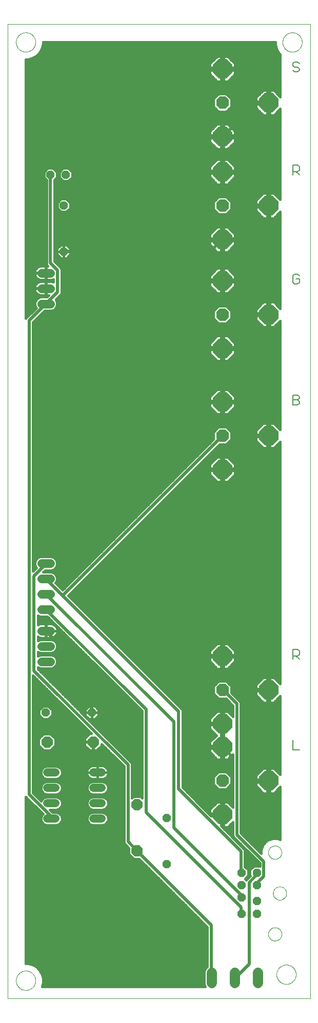
<source format=gbl>
G75*
%MOIN*%
%OFA0B0*%
%FSLAX25Y25*%
%IPPOS*%
%LPD*%
%AMOC8*
5,1,8,0,0,1.08239X$1,22.5*
%
%ADD10C,0.00000*%
%ADD11C,0.00600*%
%ADD12OC8,0.07500*%
%ADD13C,0.05200*%
%ADD14C,0.05600*%
%ADD15OC8,0.05200*%
%ADD16C,0.06600*%
%ADD17OC8,0.05543*%
%ADD18OC8,0.08250*%
%ADD19OC8,0.12700*%
%ADD20C,0.01969*%
%ADD21C,0.01600*%
D10*
X0001000Y0001000D02*
X0001000Y0634858D01*
X0197850Y0634858D01*
X0197850Y0001000D01*
X0001000Y0001000D01*
X0006512Y0012811D02*
X0006514Y0012969D01*
X0006520Y0013127D01*
X0006530Y0013285D01*
X0006544Y0013443D01*
X0006562Y0013600D01*
X0006583Y0013757D01*
X0006609Y0013913D01*
X0006639Y0014069D01*
X0006672Y0014224D01*
X0006710Y0014377D01*
X0006751Y0014530D01*
X0006796Y0014682D01*
X0006845Y0014833D01*
X0006898Y0014982D01*
X0006954Y0015130D01*
X0007014Y0015276D01*
X0007078Y0015421D01*
X0007146Y0015564D01*
X0007217Y0015706D01*
X0007291Y0015846D01*
X0007369Y0015983D01*
X0007451Y0016119D01*
X0007535Y0016253D01*
X0007624Y0016384D01*
X0007715Y0016513D01*
X0007810Y0016640D01*
X0007907Y0016765D01*
X0008008Y0016887D01*
X0008112Y0017006D01*
X0008219Y0017123D01*
X0008329Y0017237D01*
X0008442Y0017348D01*
X0008557Y0017457D01*
X0008675Y0017562D01*
X0008796Y0017664D01*
X0008919Y0017764D01*
X0009045Y0017860D01*
X0009173Y0017953D01*
X0009303Y0018043D01*
X0009436Y0018129D01*
X0009571Y0018213D01*
X0009707Y0018292D01*
X0009846Y0018369D01*
X0009987Y0018441D01*
X0010129Y0018511D01*
X0010273Y0018576D01*
X0010419Y0018638D01*
X0010566Y0018696D01*
X0010715Y0018751D01*
X0010865Y0018802D01*
X0011016Y0018849D01*
X0011168Y0018892D01*
X0011321Y0018931D01*
X0011476Y0018967D01*
X0011631Y0018998D01*
X0011787Y0019026D01*
X0011943Y0019050D01*
X0012100Y0019070D01*
X0012258Y0019086D01*
X0012415Y0019098D01*
X0012574Y0019106D01*
X0012732Y0019110D01*
X0012890Y0019110D01*
X0013048Y0019106D01*
X0013207Y0019098D01*
X0013364Y0019086D01*
X0013522Y0019070D01*
X0013679Y0019050D01*
X0013835Y0019026D01*
X0013991Y0018998D01*
X0014146Y0018967D01*
X0014301Y0018931D01*
X0014454Y0018892D01*
X0014606Y0018849D01*
X0014757Y0018802D01*
X0014907Y0018751D01*
X0015056Y0018696D01*
X0015203Y0018638D01*
X0015349Y0018576D01*
X0015493Y0018511D01*
X0015635Y0018441D01*
X0015776Y0018369D01*
X0015915Y0018292D01*
X0016051Y0018213D01*
X0016186Y0018129D01*
X0016319Y0018043D01*
X0016449Y0017953D01*
X0016577Y0017860D01*
X0016703Y0017764D01*
X0016826Y0017664D01*
X0016947Y0017562D01*
X0017065Y0017457D01*
X0017180Y0017348D01*
X0017293Y0017237D01*
X0017403Y0017123D01*
X0017510Y0017006D01*
X0017614Y0016887D01*
X0017715Y0016765D01*
X0017812Y0016640D01*
X0017907Y0016513D01*
X0017998Y0016384D01*
X0018087Y0016253D01*
X0018171Y0016119D01*
X0018253Y0015983D01*
X0018331Y0015846D01*
X0018405Y0015706D01*
X0018476Y0015564D01*
X0018544Y0015421D01*
X0018608Y0015276D01*
X0018668Y0015130D01*
X0018724Y0014982D01*
X0018777Y0014833D01*
X0018826Y0014682D01*
X0018871Y0014530D01*
X0018912Y0014377D01*
X0018950Y0014224D01*
X0018983Y0014069D01*
X0019013Y0013913D01*
X0019039Y0013757D01*
X0019060Y0013600D01*
X0019078Y0013443D01*
X0019092Y0013285D01*
X0019102Y0013127D01*
X0019108Y0012969D01*
X0019110Y0012811D01*
X0019108Y0012653D01*
X0019102Y0012495D01*
X0019092Y0012337D01*
X0019078Y0012179D01*
X0019060Y0012022D01*
X0019039Y0011865D01*
X0019013Y0011709D01*
X0018983Y0011553D01*
X0018950Y0011398D01*
X0018912Y0011245D01*
X0018871Y0011092D01*
X0018826Y0010940D01*
X0018777Y0010789D01*
X0018724Y0010640D01*
X0018668Y0010492D01*
X0018608Y0010346D01*
X0018544Y0010201D01*
X0018476Y0010058D01*
X0018405Y0009916D01*
X0018331Y0009776D01*
X0018253Y0009639D01*
X0018171Y0009503D01*
X0018087Y0009369D01*
X0017998Y0009238D01*
X0017907Y0009109D01*
X0017812Y0008982D01*
X0017715Y0008857D01*
X0017614Y0008735D01*
X0017510Y0008616D01*
X0017403Y0008499D01*
X0017293Y0008385D01*
X0017180Y0008274D01*
X0017065Y0008165D01*
X0016947Y0008060D01*
X0016826Y0007958D01*
X0016703Y0007858D01*
X0016577Y0007762D01*
X0016449Y0007669D01*
X0016319Y0007579D01*
X0016186Y0007493D01*
X0016051Y0007409D01*
X0015915Y0007330D01*
X0015776Y0007253D01*
X0015635Y0007181D01*
X0015493Y0007111D01*
X0015349Y0007046D01*
X0015203Y0006984D01*
X0015056Y0006926D01*
X0014907Y0006871D01*
X0014757Y0006820D01*
X0014606Y0006773D01*
X0014454Y0006730D01*
X0014301Y0006691D01*
X0014146Y0006655D01*
X0013991Y0006624D01*
X0013835Y0006596D01*
X0013679Y0006572D01*
X0013522Y0006552D01*
X0013364Y0006536D01*
X0013207Y0006524D01*
X0013048Y0006516D01*
X0012890Y0006512D01*
X0012732Y0006512D01*
X0012574Y0006516D01*
X0012415Y0006524D01*
X0012258Y0006536D01*
X0012100Y0006552D01*
X0011943Y0006572D01*
X0011787Y0006596D01*
X0011631Y0006624D01*
X0011476Y0006655D01*
X0011321Y0006691D01*
X0011168Y0006730D01*
X0011016Y0006773D01*
X0010865Y0006820D01*
X0010715Y0006871D01*
X0010566Y0006926D01*
X0010419Y0006984D01*
X0010273Y0007046D01*
X0010129Y0007111D01*
X0009987Y0007181D01*
X0009846Y0007253D01*
X0009707Y0007330D01*
X0009571Y0007409D01*
X0009436Y0007493D01*
X0009303Y0007579D01*
X0009173Y0007669D01*
X0009045Y0007762D01*
X0008919Y0007858D01*
X0008796Y0007958D01*
X0008675Y0008060D01*
X0008557Y0008165D01*
X0008442Y0008274D01*
X0008329Y0008385D01*
X0008219Y0008499D01*
X0008112Y0008616D01*
X0008008Y0008735D01*
X0007907Y0008857D01*
X0007810Y0008982D01*
X0007715Y0009109D01*
X0007624Y0009238D01*
X0007535Y0009369D01*
X0007451Y0009503D01*
X0007369Y0009639D01*
X0007291Y0009776D01*
X0007217Y0009916D01*
X0007146Y0010058D01*
X0007078Y0010201D01*
X0007014Y0010346D01*
X0006954Y0010492D01*
X0006898Y0010640D01*
X0006845Y0010789D01*
X0006796Y0010940D01*
X0006751Y0011092D01*
X0006710Y0011245D01*
X0006672Y0011398D01*
X0006639Y0011553D01*
X0006609Y0011709D01*
X0006583Y0011865D01*
X0006562Y0012022D01*
X0006544Y0012179D01*
X0006530Y0012337D01*
X0006520Y0012495D01*
X0006514Y0012653D01*
X0006512Y0012811D01*
X0170409Y0042969D02*
X0170411Y0043100D01*
X0170417Y0043232D01*
X0170427Y0043363D01*
X0170441Y0043494D01*
X0170459Y0043624D01*
X0170481Y0043753D01*
X0170506Y0043882D01*
X0170536Y0044010D01*
X0170570Y0044137D01*
X0170607Y0044264D01*
X0170648Y0044388D01*
X0170693Y0044512D01*
X0170742Y0044634D01*
X0170794Y0044755D01*
X0170850Y0044873D01*
X0170910Y0044991D01*
X0170973Y0045106D01*
X0171040Y0045219D01*
X0171110Y0045331D01*
X0171183Y0045440D01*
X0171259Y0045546D01*
X0171339Y0045651D01*
X0171422Y0045753D01*
X0171508Y0045852D01*
X0171597Y0045949D01*
X0171689Y0046043D01*
X0171784Y0046134D01*
X0171881Y0046223D01*
X0171981Y0046308D01*
X0172084Y0046390D01*
X0172189Y0046469D01*
X0172296Y0046545D01*
X0172406Y0046617D01*
X0172518Y0046686D01*
X0172632Y0046752D01*
X0172747Y0046814D01*
X0172865Y0046873D01*
X0172984Y0046928D01*
X0173105Y0046980D01*
X0173228Y0047027D01*
X0173352Y0047071D01*
X0173477Y0047112D01*
X0173603Y0047148D01*
X0173731Y0047181D01*
X0173859Y0047209D01*
X0173988Y0047234D01*
X0174118Y0047255D01*
X0174248Y0047272D01*
X0174379Y0047285D01*
X0174510Y0047294D01*
X0174641Y0047299D01*
X0174773Y0047300D01*
X0174904Y0047297D01*
X0175036Y0047290D01*
X0175167Y0047279D01*
X0175297Y0047264D01*
X0175427Y0047245D01*
X0175557Y0047222D01*
X0175685Y0047196D01*
X0175813Y0047165D01*
X0175940Y0047130D01*
X0176066Y0047092D01*
X0176190Y0047050D01*
X0176314Y0047004D01*
X0176435Y0046954D01*
X0176555Y0046901D01*
X0176674Y0046844D01*
X0176791Y0046784D01*
X0176905Y0046720D01*
X0177018Y0046652D01*
X0177129Y0046581D01*
X0177238Y0046507D01*
X0177344Y0046430D01*
X0177448Y0046349D01*
X0177549Y0046266D01*
X0177648Y0046179D01*
X0177744Y0046089D01*
X0177837Y0045996D01*
X0177928Y0045901D01*
X0178015Y0045803D01*
X0178100Y0045702D01*
X0178181Y0045599D01*
X0178259Y0045493D01*
X0178334Y0045385D01*
X0178406Y0045275D01*
X0178474Y0045163D01*
X0178539Y0045049D01*
X0178600Y0044932D01*
X0178658Y0044814D01*
X0178712Y0044694D01*
X0178763Y0044573D01*
X0178810Y0044450D01*
X0178853Y0044326D01*
X0178892Y0044201D01*
X0178928Y0044074D01*
X0178959Y0043946D01*
X0178987Y0043818D01*
X0179011Y0043689D01*
X0179031Y0043559D01*
X0179047Y0043428D01*
X0179059Y0043297D01*
X0179067Y0043166D01*
X0179071Y0043035D01*
X0179071Y0042903D01*
X0179067Y0042772D01*
X0179059Y0042641D01*
X0179047Y0042510D01*
X0179031Y0042379D01*
X0179011Y0042249D01*
X0178987Y0042120D01*
X0178959Y0041992D01*
X0178928Y0041864D01*
X0178892Y0041737D01*
X0178853Y0041612D01*
X0178810Y0041488D01*
X0178763Y0041365D01*
X0178712Y0041244D01*
X0178658Y0041124D01*
X0178600Y0041006D01*
X0178539Y0040889D01*
X0178474Y0040775D01*
X0178406Y0040663D01*
X0178334Y0040553D01*
X0178259Y0040445D01*
X0178181Y0040339D01*
X0178100Y0040236D01*
X0178015Y0040135D01*
X0177928Y0040037D01*
X0177837Y0039942D01*
X0177744Y0039849D01*
X0177648Y0039759D01*
X0177549Y0039672D01*
X0177448Y0039589D01*
X0177344Y0039508D01*
X0177238Y0039431D01*
X0177129Y0039357D01*
X0177018Y0039286D01*
X0176906Y0039218D01*
X0176791Y0039154D01*
X0176674Y0039094D01*
X0176555Y0039037D01*
X0176435Y0038984D01*
X0176314Y0038934D01*
X0176190Y0038888D01*
X0176066Y0038846D01*
X0175940Y0038808D01*
X0175813Y0038773D01*
X0175685Y0038742D01*
X0175557Y0038716D01*
X0175427Y0038693D01*
X0175297Y0038674D01*
X0175167Y0038659D01*
X0175036Y0038648D01*
X0174904Y0038641D01*
X0174773Y0038638D01*
X0174641Y0038639D01*
X0174510Y0038644D01*
X0174379Y0038653D01*
X0174248Y0038666D01*
X0174118Y0038683D01*
X0173988Y0038704D01*
X0173859Y0038729D01*
X0173731Y0038757D01*
X0173603Y0038790D01*
X0173477Y0038826D01*
X0173352Y0038867D01*
X0173228Y0038911D01*
X0173105Y0038958D01*
X0172984Y0039010D01*
X0172865Y0039065D01*
X0172747Y0039124D01*
X0172632Y0039186D01*
X0172518Y0039252D01*
X0172406Y0039321D01*
X0172296Y0039393D01*
X0172189Y0039469D01*
X0172084Y0039548D01*
X0171981Y0039630D01*
X0171881Y0039715D01*
X0171784Y0039804D01*
X0171689Y0039895D01*
X0171597Y0039989D01*
X0171508Y0040086D01*
X0171422Y0040185D01*
X0171339Y0040287D01*
X0171259Y0040392D01*
X0171183Y0040498D01*
X0171110Y0040607D01*
X0171040Y0040719D01*
X0170973Y0040832D01*
X0170910Y0040947D01*
X0170850Y0041065D01*
X0170794Y0041183D01*
X0170742Y0041304D01*
X0170693Y0041426D01*
X0170648Y0041550D01*
X0170607Y0041674D01*
X0170570Y0041801D01*
X0170536Y0041928D01*
X0170506Y0042056D01*
X0170481Y0042185D01*
X0170459Y0042314D01*
X0170441Y0042444D01*
X0170427Y0042575D01*
X0170417Y0042706D01*
X0170411Y0042838D01*
X0170409Y0042969D01*
X0173559Y0069543D02*
X0173561Y0069674D01*
X0173567Y0069806D01*
X0173577Y0069937D01*
X0173591Y0070068D01*
X0173609Y0070198D01*
X0173631Y0070327D01*
X0173656Y0070456D01*
X0173686Y0070584D01*
X0173720Y0070711D01*
X0173757Y0070838D01*
X0173798Y0070962D01*
X0173843Y0071086D01*
X0173892Y0071208D01*
X0173944Y0071329D01*
X0174000Y0071447D01*
X0174060Y0071565D01*
X0174123Y0071680D01*
X0174190Y0071793D01*
X0174260Y0071905D01*
X0174333Y0072014D01*
X0174409Y0072120D01*
X0174489Y0072225D01*
X0174572Y0072327D01*
X0174658Y0072426D01*
X0174747Y0072523D01*
X0174839Y0072617D01*
X0174934Y0072708D01*
X0175031Y0072797D01*
X0175131Y0072882D01*
X0175234Y0072964D01*
X0175339Y0073043D01*
X0175446Y0073119D01*
X0175556Y0073191D01*
X0175668Y0073260D01*
X0175782Y0073326D01*
X0175897Y0073388D01*
X0176015Y0073447D01*
X0176134Y0073502D01*
X0176255Y0073554D01*
X0176378Y0073601D01*
X0176502Y0073645D01*
X0176627Y0073686D01*
X0176753Y0073722D01*
X0176881Y0073755D01*
X0177009Y0073783D01*
X0177138Y0073808D01*
X0177268Y0073829D01*
X0177398Y0073846D01*
X0177529Y0073859D01*
X0177660Y0073868D01*
X0177791Y0073873D01*
X0177923Y0073874D01*
X0178054Y0073871D01*
X0178186Y0073864D01*
X0178317Y0073853D01*
X0178447Y0073838D01*
X0178577Y0073819D01*
X0178707Y0073796D01*
X0178835Y0073770D01*
X0178963Y0073739D01*
X0179090Y0073704D01*
X0179216Y0073666D01*
X0179340Y0073624D01*
X0179464Y0073578D01*
X0179585Y0073528D01*
X0179705Y0073475D01*
X0179824Y0073418D01*
X0179941Y0073358D01*
X0180055Y0073294D01*
X0180168Y0073226D01*
X0180279Y0073155D01*
X0180388Y0073081D01*
X0180494Y0073004D01*
X0180598Y0072923D01*
X0180699Y0072840D01*
X0180798Y0072753D01*
X0180894Y0072663D01*
X0180987Y0072570D01*
X0181078Y0072475D01*
X0181165Y0072377D01*
X0181250Y0072276D01*
X0181331Y0072173D01*
X0181409Y0072067D01*
X0181484Y0071959D01*
X0181556Y0071849D01*
X0181624Y0071737D01*
X0181689Y0071623D01*
X0181750Y0071506D01*
X0181808Y0071388D01*
X0181862Y0071268D01*
X0181913Y0071147D01*
X0181960Y0071024D01*
X0182003Y0070900D01*
X0182042Y0070775D01*
X0182078Y0070648D01*
X0182109Y0070520D01*
X0182137Y0070392D01*
X0182161Y0070263D01*
X0182181Y0070133D01*
X0182197Y0070002D01*
X0182209Y0069871D01*
X0182217Y0069740D01*
X0182221Y0069609D01*
X0182221Y0069477D01*
X0182217Y0069346D01*
X0182209Y0069215D01*
X0182197Y0069084D01*
X0182181Y0068953D01*
X0182161Y0068823D01*
X0182137Y0068694D01*
X0182109Y0068566D01*
X0182078Y0068438D01*
X0182042Y0068311D01*
X0182003Y0068186D01*
X0181960Y0068062D01*
X0181913Y0067939D01*
X0181862Y0067818D01*
X0181808Y0067698D01*
X0181750Y0067580D01*
X0181689Y0067463D01*
X0181624Y0067349D01*
X0181556Y0067237D01*
X0181484Y0067127D01*
X0181409Y0067019D01*
X0181331Y0066913D01*
X0181250Y0066810D01*
X0181165Y0066709D01*
X0181078Y0066611D01*
X0180987Y0066516D01*
X0180894Y0066423D01*
X0180798Y0066333D01*
X0180699Y0066246D01*
X0180598Y0066163D01*
X0180494Y0066082D01*
X0180388Y0066005D01*
X0180279Y0065931D01*
X0180168Y0065860D01*
X0180056Y0065792D01*
X0179941Y0065728D01*
X0179824Y0065668D01*
X0179705Y0065611D01*
X0179585Y0065558D01*
X0179464Y0065508D01*
X0179340Y0065462D01*
X0179216Y0065420D01*
X0179090Y0065382D01*
X0178963Y0065347D01*
X0178835Y0065316D01*
X0178707Y0065290D01*
X0178577Y0065267D01*
X0178447Y0065248D01*
X0178317Y0065233D01*
X0178186Y0065222D01*
X0178054Y0065215D01*
X0177923Y0065212D01*
X0177791Y0065213D01*
X0177660Y0065218D01*
X0177529Y0065227D01*
X0177398Y0065240D01*
X0177268Y0065257D01*
X0177138Y0065278D01*
X0177009Y0065303D01*
X0176881Y0065331D01*
X0176753Y0065364D01*
X0176627Y0065400D01*
X0176502Y0065441D01*
X0176378Y0065485D01*
X0176255Y0065532D01*
X0176134Y0065584D01*
X0176015Y0065639D01*
X0175897Y0065698D01*
X0175782Y0065760D01*
X0175668Y0065826D01*
X0175556Y0065895D01*
X0175446Y0065967D01*
X0175339Y0066043D01*
X0175234Y0066122D01*
X0175131Y0066204D01*
X0175031Y0066289D01*
X0174934Y0066378D01*
X0174839Y0066469D01*
X0174747Y0066563D01*
X0174658Y0066660D01*
X0174572Y0066759D01*
X0174489Y0066861D01*
X0174409Y0066966D01*
X0174333Y0067072D01*
X0174260Y0067181D01*
X0174190Y0067293D01*
X0174123Y0067406D01*
X0174060Y0067521D01*
X0174000Y0067639D01*
X0173944Y0067757D01*
X0173892Y0067878D01*
X0173843Y0068000D01*
X0173798Y0068124D01*
X0173757Y0068248D01*
X0173720Y0068375D01*
X0173686Y0068502D01*
X0173656Y0068630D01*
X0173631Y0068759D01*
X0173609Y0068888D01*
X0173591Y0069018D01*
X0173577Y0069149D01*
X0173567Y0069280D01*
X0173561Y0069412D01*
X0173559Y0069543D01*
X0170409Y0096118D02*
X0170411Y0096249D01*
X0170417Y0096381D01*
X0170427Y0096512D01*
X0170441Y0096643D01*
X0170459Y0096773D01*
X0170481Y0096902D01*
X0170506Y0097031D01*
X0170536Y0097159D01*
X0170570Y0097286D01*
X0170607Y0097413D01*
X0170648Y0097537D01*
X0170693Y0097661D01*
X0170742Y0097783D01*
X0170794Y0097904D01*
X0170850Y0098022D01*
X0170910Y0098140D01*
X0170973Y0098255D01*
X0171040Y0098368D01*
X0171110Y0098480D01*
X0171183Y0098589D01*
X0171259Y0098695D01*
X0171339Y0098800D01*
X0171422Y0098902D01*
X0171508Y0099001D01*
X0171597Y0099098D01*
X0171689Y0099192D01*
X0171784Y0099283D01*
X0171881Y0099372D01*
X0171981Y0099457D01*
X0172084Y0099539D01*
X0172189Y0099618D01*
X0172296Y0099694D01*
X0172406Y0099766D01*
X0172518Y0099835D01*
X0172632Y0099901D01*
X0172747Y0099963D01*
X0172865Y0100022D01*
X0172984Y0100077D01*
X0173105Y0100129D01*
X0173228Y0100176D01*
X0173352Y0100220D01*
X0173477Y0100261D01*
X0173603Y0100297D01*
X0173731Y0100330D01*
X0173859Y0100358D01*
X0173988Y0100383D01*
X0174118Y0100404D01*
X0174248Y0100421D01*
X0174379Y0100434D01*
X0174510Y0100443D01*
X0174641Y0100448D01*
X0174773Y0100449D01*
X0174904Y0100446D01*
X0175036Y0100439D01*
X0175167Y0100428D01*
X0175297Y0100413D01*
X0175427Y0100394D01*
X0175557Y0100371D01*
X0175685Y0100345D01*
X0175813Y0100314D01*
X0175940Y0100279D01*
X0176066Y0100241D01*
X0176190Y0100199D01*
X0176314Y0100153D01*
X0176435Y0100103D01*
X0176555Y0100050D01*
X0176674Y0099993D01*
X0176791Y0099933D01*
X0176905Y0099869D01*
X0177018Y0099801D01*
X0177129Y0099730D01*
X0177238Y0099656D01*
X0177344Y0099579D01*
X0177448Y0099498D01*
X0177549Y0099415D01*
X0177648Y0099328D01*
X0177744Y0099238D01*
X0177837Y0099145D01*
X0177928Y0099050D01*
X0178015Y0098952D01*
X0178100Y0098851D01*
X0178181Y0098748D01*
X0178259Y0098642D01*
X0178334Y0098534D01*
X0178406Y0098424D01*
X0178474Y0098312D01*
X0178539Y0098198D01*
X0178600Y0098081D01*
X0178658Y0097963D01*
X0178712Y0097843D01*
X0178763Y0097722D01*
X0178810Y0097599D01*
X0178853Y0097475D01*
X0178892Y0097350D01*
X0178928Y0097223D01*
X0178959Y0097095D01*
X0178987Y0096967D01*
X0179011Y0096838D01*
X0179031Y0096708D01*
X0179047Y0096577D01*
X0179059Y0096446D01*
X0179067Y0096315D01*
X0179071Y0096184D01*
X0179071Y0096052D01*
X0179067Y0095921D01*
X0179059Y0095790D01*
X0179047Y0095659D01*
X0179031Y0095528D01*
X0179011Y0095398D01*
X0178987Y0095269D01*
X0178959Y0095141D01*
X0178928Y0095013D01*
X0178892Y0094886D01*
X0178853Y0094761D01*
X0178810Y0094637D01*
X0178763Y0094514D01*
X0178712Y0094393D01*
X0178658Y0094273D01*
X0178600Y0094155D01*
X0178539Y0094038D01*
X0178474Y0093924D01*
X0178406Y0093812D01*
X0178334Y0093702D01*
X0178259Y0093594D01*
X0178181Y0093488D01*
X0178100Y0093385D01*
X0178015Y0093284D01*
X0177928Y0093186D01*
X0177837Y0093091D01*
X0177744Y0092998D01*
X0177648Y0092908D01*
X0177549Y0092821D01*
X0177448Y0092738D01*
X0177344Y0092657D01*
X0177238Y0092580D01*
X0177129Y0092506D01*
X0177018Y0092435D01*
X0176906Y0092367D01*
X0176791Y0092303D01*
X0176674Y0092243D01*
X0176555Y0092186D01*
X0176435Y0092133D01*
X0176314Y0092083D01*
X0176190Y0092037D01*
X0176066Y0091995D01*
X0175940Y0091957D01*
X0175813Y0091922D01*
X0175685Y0091891D01*
X0175557Y0091865D01*
X0175427Y0091842D01*
X0175297Y0091823D01*
X0175167Y0091808D01*
X0175036Y0091797D01*
X0174904Y0091790D01*
X0174773Y0091787D01*
X0174641Y0091788D01*
X0174510Y0091793D01*
X0174379Y0091802D01*
X0174248Y0091815D01*
X0174118Y0091832D01*
X0173988Y0091853D01*
X0173859Y0091878D01*
X0173731Y0091906D01*
X0173603Y0091939D01*
X0173477Y0091975D01*
X0173352Y0092016D01*
X0173228Y0092060D01*
X0173105Y0092107D01*
X0172984Y0092159D01*
X0172865Y0092214D01*
X0172747Y0092273D01*
X0172632Y0092335D01*
X0172518Y0092401D01*
X0172406Y0092470D01*
X0172296Y0092542D01*
X0172189Y0092618D01*
X0172084Y0092697D01*
X0171981Y0092779D01*
X0171881Y0092864D01*
X0171784Y0092953D01*
X0171689Y0093044D01*
X0171597Y0093138D01*
X0171508Y0093235D01*
X0171422Y0093334D01*
X0171339Y0093436D01*
X0171259Y0093541D01*
X0171183Y0093647D01*
X0171110Y0093756D01*
X0171040Y0093868D01*
X0170973Y0093981D01*
X0170910Y0094096D01*
X0170850Y0094214D01*
X0170794Y0094332D01*
X0170742Y0094453D01*
X0170693Y0094575D01*
X0170648Y0094699D01*
X0170607Y0094823D01*
X0170570Y0094950D01*
X0170536Y0095077D01*
X0170506Y0095205D01*
X0170481Y0095334D01*
X0170459Y0095463D01*
X0170441Y0095593D01*
X0170427Y0095724D01*
X0170417Y0095855D01*
X0170411Y0095987D01*
X0170409Y0096118D01*
X0175803Y0016748D02*
X0175805Y0016906D01*
X0175811Y0017064D01*
X0175821Y0017222D01*
X0175835Y0017380D01*
X0175853Y0017537D01*
X0175874Y0017694D01*
X0175900Y0017850D01*
X0175930Y0018006D01*
X0175963Y0018161D01*
X0176001Y0018314D01*
X0176042Y0018467D01*
X0176087Y0018619D01*
X0176136Y0018770D01*
X0176189Y0018919D01*
X0176245Y0019067D01*
X0176305Y0019213D01*
X0176369Y0019358D01*
X0176437Y0019501D01*
X0176508Y0019643D01*
X0176582Y0019783D01*
X0176660Y0019920D01*
X0176742Y0020056D01*
X0176826Y0020190D01*
X0176915Y0020321D01*
X0177006Y0020450D01*
X0177101Y0020577D01*
X0177198Y0020702D01*
X0177299Y0020824D01*
X0177403Y0020943D01*
X0177510Y0021060D01*
X0177620Y0021174D01*
X0177733Y0021285D01*
X0177848Y0021394D01*
X0177966Y0021499D01*
X0178087Y0021601D01*
X0178210Y0021701D01*
X0178336Y0021797D01*
X0178464Y0021890D01*
X0178594Y0021980D01*
X0178727Y0022066D01*
X0178862Y0022150D01*
X0178998Y0022229D01*
X0179137Y0022306D01*
X0179278Y0022378D01*
X0179420Y0022448D01*
X0179564Y0022513D01*
X0179710Y0022575D01*
X0179857Y0022633D01*
X0180006Y0022688D01*
X0180156Y0022739D01*
X0180307Y0022786D01*
X0180459Y0022829D01*
X0180612Y0022868D01*
X0180767Y0022904D01*
X0180922Y0022935D01*
X0181078Y0022963D01*
X0181234Y0022987D01*
X0181391Y0023007D01*
X0181549Y0023023D01*
X0181706Y0023035D01*
X0181865Y0023043D01*
X0182023Y0023047D01*
X0182181Y0023047D01*
X0182339Y0023043D01*
X0182498Y0023035D01*
X0182655Y0023023D01*
X0182813Y0023007D01*
X0182970Y0022987D01*
X0183126Y0022963D01*
X0183282Y0022935D01*
X0183437Y0022904D01*
X0183592Y0022868D01*
X0183745Y0022829D01*
X0183897Y0022786D01*
X0184048Y0022739D01*
X0184198Y0022688D01*
X0184347Y0022633D01*
X0184494Y0022575D01*
X0184640Y0022513D01*
X0184784Y0022448D01*
X0184926Y0022378D01*
X0185067Y0022306D01*
X0185206Y0022229D01*
X0185342Y0022150D01*
X0185477Y0022066D01*
X0185610Y0021980D01*
X0185740Y0021890D01*
X0185868Y0021797D01*
X0185994Y0021701D01*
X0186117Y0021601D01*
X0186238Y0021499D01*
X0186356Y0021394D01*
X0186471Y0021285D01*
X0186584Y0021174D01*
X0186694Y0021060D01*
X0186801Y0020943D01*
X0186905Y0020824D01*
X0187006Y0020702D01*
X0187103Y0020577D01*
X0187198Y0020450D01*
X0187289Y0020321D01*
X0187378Y0020190D01*
X0187462Y0020056D01*
X0187544Y0019920D01*
X0187622Y0019783D01*
X0187696Y0019643D01*
X0187767Y0019501D01*
X0187835Y0019358D01*
X0187899Y0019213D01*
X0187959Y0019067D01*
X0188015Y0018919D01*
X0188068Y0018770D01*
X0188117Y0018619D01*
X0188162Y0018467D01*
X0188203Y0018314D01*
X0188241Y0018161D01*
X0188274Y0018006D01*
X0188304Y0017850D01*
X0188330Y0017694D01*
X0188351Y0017537D01*
X0188369Y0017380D01*
X0188383Y0017222D01*
X0188393Y0017064D01*
X0188399Y0016906D01*
X0188401Y0016748D01*
X0188399Y0016590D01*
X0188393Y0016432D01*
X0188383Y0016274D01*
X0188369Y0016116D01*
X0188351Y0015959D01*
X0188330Y0015802D01*
X0188304Y0015646D01*
X0188274Y0015490D01*
X0188241Y0015335D01*
X0188203Y0015182D01*
X0188162Y0015029D01*
X0188117Y0014877D01*
X0188068Y0014726D01*
X0188015Y0014577D01*
X0187959Y0014429D01*
X0187899Y0014283D01*
X0187835Y0014138D01*
X0187767Y0013995D01*
X0187696Y0013853D01*
X0187622Y0013713D01*
X0187544Y0013576D01*
X0187462Y0013440D01*
X0187378Y0013306D01*
X0187289Y0013175D01*
X0187198Y0013046D01*
X0187103Y0012919D01*
X0187006Y0012794D01*
X0186905Y0012672D01*
X0186801Y0012553D01*
X0186694Y0012436D01*
X0186584Y0012322D01*
X0186471Y0012211D01*
X0186356Y0012102D01*
X0186238Y0011997D01*
X0186117Y0011895D01*
X0185994Y0011795D01*
X0185868Y0011699D01*
X0185740Y0011606D01*
X0185610Y0011516D01*
X0185477Y0011430D01*
X0185342Y0011346D01*
X0185206Y0011267D01*
X0185067Y0011190D01*
X0184926Y0011118D01*
X0184784Y0011048D01*
X0184640Y0010983D01*
X0184494Y0010921D01*
X0184347Y0010863D01*
X0184198Y0010808D01*
X0184048Y0010757D01*
X0183897Y0010710D01*
X0183745Y0010667D01*
X0183592Y0010628D01*
X0183437Y0010592D01*
X0183282Y0010561D01*
X0183126Y0010533D01*
X0182970Y0010509D01*
X0182813Y0010489D01*
X0182655Y0010473D01*
X0182498Y0010461D01*
X0182339Y0010453D01*
X0182181Y0010449D01*
X0182023Y0010449D01*
X0181865Y0010453D01*
X0181706Y0010461D01*
X0181549Y0010473D01*
X0181391Y0010489D01*
X0181234Y0010509D01*
X0181078Y0010533D01*
X0180922Y0010561D01*
X0180767Y0010592D01*
X0180612Y0010628D01*
X0180459Y0010667D01*
X0180307Y0010710D01*
X0180156Y0010757D01*
X0180006Y0010808D01*
X0179857Y0010863D01*
X0179710Y0010921D01*
X0179564Y0010983D01*
X0179420Y0011048D01*
X0179278Y0011118D01*
X0179137Y0011190D01*
X0178998Y0011267D01*
X0178862Y0011346D01*
X0178727Y0011430D01*
X0178594Y0011516D01*
X0178464Y0011606D01*
X0178336Y0011699D01*
X0178210Y0011795D01*
X0178087Y0011895D01*
X0177966Y0011997D01*
X0177848Y0012102D01*
X0177733Y0012211D01*
X0177620Y0012322D01*
X0177510Y0012436D01*
X0177403Y0012553D01*
X0177299Y0012672D01*
X0177198Y0012794D01*
X0177101Y0012919D01*
X0177006Y0013046D01*
X0176915Y0013175D01*
X0176826Y0013306D01*
X0176742Y0013440D01*
X0176660Y0013576D01*
X0176582Y0013713D01*
X0176508Y0013853D01*
X0176437Y0013995D01*
X0176369Y0014138D01*
X0176305Y0014283D01*
X0176245Y0014429D01*
X0176189Y0014577D01*
X0176136Y0014726D01*
X0176087Y0014877D01*
X0176042Y0015029D01*
X0176001Y0015182D01*
X0175963Y0015335D01*
X0175930Y0015490D01*
X0175900Y0015646D01*
X0175874Y0015802D01*
X0175853Y0015959D01*
X0175835Y0016116D01*
X0175821Y0016274D01*
X0175811Y0016432D01*
X0175805Y0016590D01*
X0175803Y0016748D01*
X0179740Y0623047D02*
X0179742Y0623205D01*
X0179748Y0623363D01*
X0179758Y0623521D01*
X0179772Y0623679D01*
X0179790Y0623836D01*
X0179811Y0623993D01*
X0179837Y0624149D01*
X0179867Y0624305D01*
X0179900Y0624460D01*
X0179938Y0624613D01*
X0179979Y0624766D01*
X0180024Y0624918D01*
X0180073Y0625069D01*
X0180126Y0625218D01*
X0180182Y0625366D01*
X0180242Y0625512D01*
X0180306Y0625657D01*
X0180374Y0625800D01*
X0180445Y0625942D01*
X0180519Y0626082D01*
X0180597Y0626219D01*
X0180679Y0626355D01*
X0180763Y0626489D01*
X0180852Y0626620D01*
X0180943Y0626749D01*
X0181038Y0626876D01*
X0181135Y0627001D01*
X0181236Y0627123D01*
X0181340Y0627242D01*
X0181447Y0627359D01*
X0181557Y0627473D01*
X0181670Y0627584D01*
X0181785Y0627693D01*
X0181903Y0627798D01*
X0182024Y0627900D01*
X0182147Y0628000D01*
X0182273Y0628096D01*
X0182401Y0628189D01*
X0182531Y0628279D01*
X0182664Y0628365D01*
X0182799Y0628449D01*
X0182935Y0628528D01*
X0183074Y0628605D01*
X0183215Y0628677D01*
X0183357Y0628747D01*
X0183501Y0628812D01*
X0183647Y0628874D01*
X0183794Y0628932D01*
X0183943Y0628987D01*
X0184093Y0629038D01*
X0184244Y0629085D01*
X0184396Y0629128D01*
X0184549Y0629167D01*
X0184704Y0629203D01*
X0184859Y0629234D01*
X0185015Y0629262D01*
X0185171Y0629286D01*
X0185328Y0629306D01*
X0185486Y0629322D01*
X0185643Y0629334D01*
X0185802Y0629342D01*
X0185960Y0629346D01*
X0186118Y0629346D01*
X0186276Y0629342D01*
X0186435Y0629334D01*
X0186592Y0629322D01*
X0186750Y0629306D01*
X0186907Y0629286D01*
X0187063Y0629262D01*
X0187219Y0629234D01*
X0187374Y0629203D01*
X0187529Y0629167D01*
X0187682Y0629128D01*
X0187834Y0629085D01*
X0187985Y0629038D01*
X0188135Y0628987D01*
X0188284Y0628932D01*
X0188431Y0628874D01*
X0188577Y0628812D01*
X0188721Y0628747D01*
X0188863Y0628677D01*
X0189004Y0628605D01*
X0189143Y0628528D01*
X0189279Y0628449D01*
X0189414Y0628365D01*
X0189547Y0628279D01*
X0189677Y0628189D01*
X0189805Y0628096D01*
X0189931Y0628000D01*
X0190054Y0627900D01*
X0190175Y0627798D01*
X0190293Y0627693D01*
X0190408Y0627584D01*
X0190521Y0627473D01*
X0190631Y0627359D01*
X0190738Y0627242D01*
X0190842Y0627123D01*
X0190943Y0627001D01*
X0191040Y0626876D01*
X0191135Y0626749D01*
X0191226Y0626620D01*
X0191315Y0626489D01*
X0191399Y0626355D01*
X0191481Y0626219D01*
X0191559Y0626082D01*
X0191633Y0625942D01*
X0191704Y0625800D01*
X0191772Y0625657D01*
X0191836Y0625512D01*
X0191896Y0625366D01*
X0191952Y0625218D01*
X0192005Y0625069D01*
X0192054Y0624918D01*
X0192099Y0624766D01*
X0192140Y0624613D01*
X0192178Y0624460D01*
X0192211Y0624305D01*
X0192241Y0624149D01*
X0192267Y0623993D01*
X0192288Y0623836D01*
X0192306Y0623679D01*
X0192320Y0623521D01*
X0192330Y0623363D01*
X0192336Y0623205D01*
X0192338Y0623047D01*
X0192336Y0622889D01*
X0192330Y0622731D01*
X0192320Y0622573D01*
X0192306Y0622415D01*
X0192288Y0622258D01*
X0192267Y0622101D01*
X0192241Y0621945D01*
X0192211Y0621789D01*
X0192178Y0621634D01*
X0192140Y0621481D01*
X0192099Y0621328D01*
X0192054Y0621176D01*
X0192005Y0621025D01*
X0191952Y0620876D01*
X0191896Y0620728D01*
X0191836Y0620582D01*
X0191772Y0620437D01*
X0191704Y0620294D01*
X0191633Y0620152D01*
X0191559Y0620012D01*
X0191481Y0619875D01*
X0191399Y0619739D01*
X0191315Y0619605D01*
X0191226Y0619474D01*
X0191135Y0619345D01*
X0191040Y0619218D01*
X0190943Y0619093D01*
X0190842Y0618971D01*
X0190738Y0618852D01*
X0190631Y0618735D01*
X0190521Y0618621D01*
X0190408Y0618510D01*
X0190293Y0618401D01*
X0190175Y0618296D01*
X0190054Y0618194D01*
X0189931Y0618094D01*
X0189805Y0617998D01*
X0189677Y0617905D01*
X0189547Y0617815D01*
X0189414Y0617729D01*
X0189279Y0617645D01*
X0189143Y0617566D01*
X0189004Y0617489D01*
X0188863Y0617417D01*
X0188721Y0617347D01*
X0188577Y0617282D01*
X0188431Y0617220D01*
X0188284Y0617162D01*
X0188135Y0617107D01*
X0187985Y0617056D01*
X0187834Y0617009D01*
X0187682Y0616966D01*
X0187529Y0616927D01*
X0187374Y0616891D01*
X0187219Y0616860D01*
X0187063Y0616832D01*
X0186907Y0616808D01*
X0186750Y0616788D01*
X0186592Y0616772D01*
X0186435Y0616760D01*
X0186276Y0616752D01*
X0186118Y0616748D01*
X0185960Y0616748D01*
X0185802Y0616752D01*
X0185643Y0616760D01*
X0185486Y0616772D01*
X0185328Y0616788D01*
X0185171Y0616808D01*
X0185015Y0616832D01*
X0184859Y0616860D01*
X0184704Y0616891D01*
X0184549Y0616927D01*
X0184396Y0616966D01*
X0184244Y0617009D01*
X0184093Y0617056D01*
X0183943Y0617107D01*
X0183794Y0617162D01*
X0183647Y0617220D01*
X0183501Y0617282D01*
X0183357Y0617347D01*
X0183215Y0617417D01*
X0183074Y0617489D01*
X0182935Y0617566D01*
X0182799Y0617645D01*
X0182664Y0617729D01*
X0182531Y0617815D01*
X0182401Y0617905D01*
X0182273Y0617998D01*
X0182147Y0618094D01*
X0182024Y0618194D01*
X0181903Y0618296D01*
X0181785Y0618401D01*
X0181670Y0618510D01*
X0181557Y0618621D01*
X0181447Y0618735D01*
X0181340Y0618852D01*
X0181236Y0618971D01*
X0181135Y0619093D01*
X0181038Y0619218D01*
X0180943Y0619345D01*
X0180852Y0619474D01*
X0180763Y0619605D01*
X0180679Y0619739D01*
X0180597Y0619875D01*
X0180519Y0620012D01*
X0180445Y0620152D01*
X0180374Y0620294D01*
X0180306Y0620437D01*
X0180242Y0620582D01*
X0180182Y0620728D01*
X0180126Y0620876D01*
X0180073Y0621025D01*
X0180024Y0621176D01*
X0179979Y0621328D01*
X0179938Y0621481D01*
X0179900Y0621634D01*
X0179867Y0621789D01*
X0179837Y0621945D01*
X0179811Y0622101D01*
X0179790Y0622258D01*
X0179772Y0622415D01*
X0179758Y0622573D01*
X0179748Y0622731D01*
X0179742Y0622889D01*
X0179740Y0623047D01*
X0006512Y0623047D02*
X0006514Y0623205D01*
X0006520Y0623363D01*
X0006530Y0623521D01*
X0006544Y0623679D01*
X0006562Y0623836D01*
X0006583Y0623993D01*
X0006609Y0624149D01*
X0006639Y0624305D01*
X0006672Y0624460D01*
X0006710Y0624613D01*
X0006751Y0624766D01*
X0006796Y0624918D01*
X0006845Y0625069D01*
X0006898Y0625218D01*
X0006954Y0625366D01*
X0007014Y0625512D01*
X0007078Y0625657D01*
X0007146Y0625800D01*
X0007217Y0625942D01*
X0007291Y0626082D01*
X0007369Y0626219D01*
X0007451Y0626355D01*
X0007535Y0626489D01*
X0007624Y0626620D01*
X0007715Y0626749D01*
X0007810Y0626876D01*
X0007907Y0627001D01*
X0008008Y0627123D01*
X0008112Y0627242D01*
X0008219Y0627359D01*
X0008329Y0627473D01*
X0008442Y0627584D01*
X0008557Y0627693D01*
X0008675Y0627798D01*
X0008796Y0627900D01*
X0008919Y0628000D01*
X0009045Y0628096D01*
X0009173Y0628189D01*
X0009303Y0628279D01*
X0009436Y0628365D01*
X0009571Y0628449D01*
X0009707Y0628528D01*
X0009846Y0628605D01*
X0009987Y0628677D01*
X0010129Y0628747D01*
X0010273Y0628812D01*
X0010419Y0628874D01*
X0010566Y0628932D01*
X0010715Y0628987D01*
X0010865Y0629038D01*
X0011016Y0629085D01*
X0011168Y0629128D01*
X0011321Y0629167D01*
X0011476Y0629203D01*
X0011631Y0629234D01*
X0011787Y0629262D01*
X0011943Y0629286D01*
X0012100Y0629306D01*
X0012258Y0629322D01*
X0012415Y0629334D01*
X0012574Y0629342D01*
X0012732Y0629346D01*
X0012890Y0629346D01*
X0013048Y0629342D01*
X0013207Y0629334D01*
X0013364Y0629322D01*
X0013522Y0629306D01*
X0013679Y0629286D01*
X0013835Y0629262D01*
X0013991Y0629234D01*
X0014146Y0629203D01*
X0014301Y0629167D01*
X0014454Y0629128D01*
X0014606Y0629085D01*
X0014757Y0629038D01*
X0014907Y0628987D01*
X0015056Y0628932D01*
X0015203Y0628874D01*
X0015349Y0628812D01*
X0015493Y0628747D01*
X0015635Y0628677D01*
X0015776Y0628605D01*
X0015915Y0628528D01*
X0016051Y0628449D01*
X0016186Y0628365D01*
X0016319Y0628279D01*
X0016449Y0628189D01*
X0016577Y0628096D01*
X0016703Y0628000D01*
X0016826Y0627900D01*
X0016947Y0627798D01*
X0017065Y0627693D01*
X0017180Y0627584D01*
X0017293Y0627473D01*
X0017403Y0627359D01*
X0017510Y0627242D01*
X0017614Y0627123D01*
X0017715Y0627001D01*
X0017812Y0626876D01*
X0017907Y0626749D01*
X0017998Y0626620D01*
X0018087Y0626489D01*
X0018171Y0626355D01*
X0018253Y0626219D01*
X0018331Y0626082D01*
X0018405Y0625942D01*
X0018476Y0625800D01*
X0018544Y0625657D01*
X0018608Y0625512D01*
X0018668Y0625366D01*
X0018724Y0625218D01*
X0018777Y0625069D01*
X0018826Y0624918D01*
X0018871Y0624766D01*
X0018912Y0624613D01*
X0018950Y0624460D01*
X0018983Y0624305D01*
X0019013Y0624149D01*
X0019039Y0623993D01*
X0019060Y0623836D01*
X0019078Y0623679D01*
X0019092Y0623521D01*
X0019102Y0623363D01*
X0019108Y0623205D01*
X0019110Y0623047D01*
X0019108Y0622889D01*
X0019102Y0622731D01*
X0019092Y0622573D01*
X0019078Y0622415D01*
X0019060Y0622258D01*
X0019039Y0622101D01*
X0019013Y0621945D01*
X0018983Y0621789D01*
X0018950Y0621634D01*
X0018912Y0621481D01*
X0018871Y0621328D01*
X0018826Y0621176D01*
X0018777Y0621025D01*
X0018724Y0620876D01*
X0018668Y0620728D01*
X0018608Y0620582D01*
X0018544Y0620437D01*
X0018476Y0620294D01*
X0018405Y0620152D01*
X0018331Y0620012D01*
X0018253Y0619875D01*
X0018171Y0619739D01*
X0018087Y0619605D01*
X0017998Y0619474D01*
X0017907Y0619345D01*
X0017812Y0619218D01*
X0017715Y0619093D01*
X0017614Y0618971D01*
X0017510Y0618852D01*
X0017403Y0618735D01*
X0017293Y0618621D01*
X0017180Y0618510D01*
X0017065Y0618401D01*
X0016947Y0618296D01*
X0016826Y0618194D01*
X0016703Y0618094D01*
X0016577Y0617998D01*
X0016449Y0617905D01*
X0016319Y0617815D01*
X0016186Y0617729D01*
X0016051Y0617645D01*
X0015915Y0617566D01*
X0015776Y0617489D01*
X0015635Y0617417D01*
X0015493Y0617347D01*
X0015349Y0617282D01*
X0015203Y0617220D01*
X0015056Y0617162D01*
X0014907Y0617107D01*
X0014757Y0617056D01*
X0014606Y0617009D01*
X0014454Y0616966D01*
X0014301Y0616927D01*
X0014146Y0616891D01*
X0013991Y0616860D01*
X0013835Y0616832D01*
X0013679Y0616808D01*
X0013522Y0616788D01*
X0013364Y0616772D01*
X0013207Y0616760D01*
X0013048Y0616752D01*
X0012890Y0616748D01*
X0012732Y0616748D01*
X0012574Y0616752D01*
X0012415Y0616760D01*
X0012258Y0616772D01*
X0012100Y0616788D01*
X0011943Y0616808D01*
X0011787Y0616832D01*
X0011631Y0616860D01*
X0011476Y0616891D01*
X0011321Y0616927D01*
X0011168Y0616966D01*
X0011016Y0617009D01*
X0010865Y0617056D01*
X0010715Y0617107D01*
X0010566Y0617162D01*
X0010419Y0617220D01*
X0010273Y0617282D01*
X0010129Y0617347D01*
X0009987Y0617417D01*
X0009846Y0617489D01*
X0009707Y0617566D01*
X0009571Y0617645D01*
X0009436Y0617729D01*
X0009303Y0617815D01*
X0009173Y0617905D01*
X0009045Y0617998D01*
X0008919Y0618094D01*
X0008796Y0618194D01*
X0008675Y0618296D01*
X0008557Y0618401D01*
X0008442Y0618510D01*
X0008329Y0618621D01*
X0008219Y0618735D01*
X0008112Y0618852D01*
X0008008Y0618971D01*
X0007907Y0619093D01*
X0007810Y0619218D01*
X0007715Y0619345D01*
X0007624Y0619474D01*
X0007535Y0619605D01*
X0007451Y0619739D01*
X0007369Y0619875D01*
X0007291Y0620012D01*
X0007217Y0620152D01*
X0007146Y0620294D01*
X0007078Y0620437D01*
X0007014Y0620582D01*
X0006954Y0620728D01*
X0006898Y0620876D01*
X0006845Y0621025D01*
X0006796Y0621176D01*
X0006751Y0621328D01*
X0006710Y0621481D01*
X0006672Y0621634D01*
X0006639Y0621789D01*
X0006609Y0621945D01*
X0006583Y0622101D01*
X0006562Y0622258D01*
X0006544Y0622415D01*
X0006530Y0622573D01*
X0006520Y0622731D01*
X0006514Y0622889D01*
X0006512Y0623047D01*
D11*
X0186339Y0609000D02*
X0186339Y0607933D01*
X0187407Y0606865D01*
X0189542Y0606865D01*
X0190610Y0605797D01*
X0190610Y0604730D01*
X0189542Y0603662D01*
X0187407Y0603662D01*
X0186339Y0604730D01*
X0186339Y0609000D02*
X0187407Y0610068D01*
X0189542Y0610068D01*
X0190610Y0609000D01*
X0189542Y0543139D02*
X0186339Y0543139D01*
X0186339Y0536733D01*
X0186339Y0538868D02*
X0189542Y0538868D01*
X0190610Y0539936D01*
X0190610Y0542071D01*
X0189542Y0543139D01*
X0188475Y0538868D02*
X0190610Y0536733D01*
X0189542Y0472272D02*
X0187407Y0472272D01*
X0186339Y0471205D01*
X0186339Y0466934D01*
X0187407Y0465867D01*
X0189542Y0465867D01*
X0190610Y0466934D01*
X0190610Y0469070D01*
X0188475Y0469070D01*
X0190610Y0471205D02*
X0189542Y0472272D01*
X0189542Y0393532D02*
X0186339Y0393532D01*
X0186339Y0387127D01*
X0189542Y0387127D01*
X0190610Y0388194D01*
X0190610Y0389262D01*
X0189542Y0390330D01*
X0186339Y0390330D01*
X0189542Y0390330D02*
X0190610Y0391397D01*
X0190610Y0392465D01*
X0189542Y0393532D01*
X0189542Y0228178D02*
X0186339Y0228178D01*
X0186339Y0221772D01*
X0186339Y0223908D02*
X0189542Y0223908D01*
X0190610Y0224975D01*
X0190610Y0227110D01*
X0189542Y0228178D01*
X0188475Y0223908D02*
X0190610Y0221772D01*
X0186339Y0169123D02*
X0186339Y0162717D01*
X0190610Y0162717D01*
D12*
X0085213Y0127260D03*
X0085213Y0097260D03*
X0056591Y0167890D03*
X0026591Y0167890D03*
D13*
X0026865Y0148087D02*
X0032065Y0148087D01*
X0032065Y0138087D02*
X0026865Y0138087D01*
X0026865Y0128087D02*
X0032065Y0128087D01*
X0032065Y0118087D02*
X0026865Y0118087D01*
X0056865Y0118087D02*
X0062065Y0118087D01*
X0062065Y0128087D02*
X0056865Y0128087D01*
X0056865Y0138087D02*
X0062065Y0138087D01*
X0062065Y0148087D02*
X0056865Y0148087D01*
D14*
X0028761Y0220213D02*
X0023161Y0220213D01*
X0023161Y0230213D02*
X0028761Y0230213D01*
X0028761Y0240213D02*
X0023161Y0240213D01*
X0023043Y0253992D02*
X0028643Y0253992D01*
X0028643Y0263992D02*
X0023043Y0263992D01*
X0023043Y0273992D02*
X0028643Y0273992D01*
X0028643Y0283992D02*
X0023043Y0283992D01*
X0023161Y0452929D02*
X0028761Y0452929D01*
X0028761Y0462929D02*
X0023161Y0462929D01*
X0023161Y0472929D02*
X0028761Y0472929D01*
D15*
X0037457Y0486866D03*
X0037457Y0516866D03*
X0038835Y0536906D03*
X0028835Y0536906D03*
X0025764Y0187063D03*
X0055764Y0187063D03*
X0104386Y0118598D03*
X0104386Y0088598D03*
D16*
X0133638Y0017765D02*
X0133638Y0011165D01*
X0148638Y0011165D02*
X0148638Y0017765D01*
X0163638Y0017765D02*
X0163638Y0011165D01*
D17*
X0162929Y0056157D03*
X0162929Y0064425D03*
X0162929Y0074661D03*
X0162929Y0082929D03*
X0153087Y0082929D03*
X0153087Y0074661D03*
X0153087Y0066787D03*
X0153087Y0056157D03*
D18*
X0140606Y0142732D03*
X0140606Y0201787D03*
X0140606Y0367142D03*
X0140606Y0445882D03*
X0140606Y0516748D03*
X0140606Y0583677D03*
D19*
X0140606Y0561677D03*
X0140606Y0538748D03*
X0140606Y0494748D03*
X0140606Y0467882D03*
X0140606Y0423882D03*
X0140606Y0389142D03*
X0140606Y0345142D03*
X0170606Y0367142D03*
X0170606Y0445882D03*
X0170606Y0516748D03*
X0170606Y0583677D03*
X0140606Y0605677D03*
X0140606Y0223787D03*
X0140606Y0179787D03*
X0140606Y0164732D03*
X0140606Y0120732D03*
X0170606Y0142732D03*
X0170606Y0201787D03*
D20*
X0149954Y0192700D02*
X0140954Y0201700D01*
X0140606Y0201787D01*
X0149954Y0192700D02*
X0149954Y0107650D01*
X0167504Y0090100D01*
X0167504Y0080650D01*
X0163004Y0076150D01*
X0163004Y0074800D01*
X0162929Y0074661D01*
X0158054Y0076600D02*
X0162554Y0081100D01*
X0162554Y0082900D01*
X0162929Y0082929D01*
X0158054Y0076600D02*
X0158054Y0023500D01*
X0149054Y0014500D01*
X0148638Y0014465D01*
X0153087Y0056157D02*
X0152654Y0056350D01*
X0152654Y0060400D01*
X0091004Y0122050D01*
X0091004Y0189100D01*
X0026204Y0253900D01*
X0025843Y0253992D01*
X0026204Y0263800D02*
X0025843Y0263992D01*
X0026204Y0263800D02*
X0109004Y0181000D01*
X0109004Y0112150D01*
X0152654Y0068500D01*
X0152654Y0067150D01*
X0153087Y0066787D01*
X0153087Y0082929D02*
X0152654Y0083350D01*
X0152654Y0096850D01*
X0112154Y0137350D01*
X0112154Y0187750D01*
X0036779Y0263125D01*
X0140504Y0366850D01*
X0140606Y0367142D01*
X0140606Y0467882D02*
X0140504Y0468100D01*
X0140504Y0478900D01*
X0133304Y0486100D01*
X0132854Y0487000D01*
X0140504Y0494650D01*
X0140606Y0494748D01*
X0132854Y0487000D02*
X0037904Y0487000D01*
X0037457Y0486866D01*
X0028904Y0479350D02*
X0033404Y0474850D01*
X0033404Y0460450D01*
X0026204Y0453250D01*
X0025961Y0452929D01*
X0025304Y0452350D01*
X0014954Y0442000D01*
X0014954Y0133750D01*
X0029354Y0119350D01*
X0029354Y0118450D01*
X0029465Y0118087D01*
X0055764Y0187063D02*
X0055454Y0187300D01*
X0055454Y0210700D01*
X0026204Y0239950D01*
X0025961Y0240213D01*
X0018104Y0214300D02*
X0079304Y0153100D01*
X0079304Y0103150D01*
X0085154Y0097300D01*
X0085213Y0097260D01*
X0085604Y0096400D01*
X0133304Y0048700D01*
X0133304Y0014500D01*
X0133638Y0014465D01*
X0140606Y0120732D02*
X0140954Y0121150D01*
X0140954Y0134650D01*
X0146804Y0140500D01*
X0146804Y0158500D01*
X0140954Y0164350D01*
X0140606Y0164732D01*
X0036779Y0263125D02*
X0026204Y0273700D01*
X0025843Y0273992D01*
X0018104Y0275950D02*
X0025754Y0283600D01*
X0025843Y0283992D01*
X0018104Y0275950D02*
X0018104Y0214300D01*
X0028904Y0479350D02*
X0028904Y0536500D01*
X0028835Y0536906D01*
X0140606Y0561677D02*
X0140954Y0561700D01*
X0162554Y0583300D01*
X0170204Y0583300D01*
X0170606Y0583677D01*
D21*
X0169806Y0584457D02*
X0146331Y0584457D01*
X0146331Y0586049D02*
X0146331Y0581306D01*
X0142978Y0577952D01*
X0138235Y0577952D01*
X0134881Y0581306D01*
X0134881Y0586049D01*
X0138235Y0589402D01*
X0142978Y0589402D01*
X0146331Y0586049D01*
X0146325Y0586055D02*
X0162456Y0586055D01*
X0162456Y0587053D02*
X0162456Y0584477D01*
X0169806Y0584477D01*
X0169806Y0582877D01*
X0162456Y0582877D01*
X0162456Y0580301D01*
X0167230Y0575527D01*
X0169806Y0575527D01*
X0169806Y0582877D01*
X0171406Y0582877D01*
X0171406Y0575527D01*
X0173982Y0575527D01*
X0178165Y0579710D01*
X0178165Y0520715D01*
X0173982Y0524898D01*
X0171406Y0524898D01*
X0171406Y0517548D01*
X0169806Y0517548D01*
X0169806Y0515948D01*
X0162456Y0515948D01*
X0162456Y0513372D01*
X0167230Y0508598D01*
X0169806Y0508598D01*
X0169806Y0515948D01*
X0171406Y0515948D01*
X0171406Y0508598D01*
X0173982Y0508598D01*
X0178165Y0512781D01*
X0178165Y0449849D01*
X0173982Y0454032D01*
X0171406Y0454032D01*
X0171406Y0446682D01*
X0169806Y0446682D01*
X0169806Y0445082D01*
X0162456Y0445082D01*
X0162456Y0442506D01*
X0167230Y0437732D01*
X0169806Y0437732D01*
X0169806Y0445082D01*
X0171406Y0445082D01*
X0171406Y0437732D01*
X0173982Y0437732D01*
X0178165Y0441915D01*
X0178165Y0371108D01*
X0173982Y0375292D01*
X0171406Y0375292D01*
X0171406Y0367942D01*
X0169806Y0367942D01*
X0169806Y0366342D01*
X0162456Y0366342D01*
X0162456Y0363766D01*
X0167230Y0358992D01*
X0169806Y0358992D01*
X0169806Y0366342D01*
X0171406Y0366342D01*
X0171406Y0358992D01*
X0173982Y0358992D01*
X0178165Y0363175D01*
X0178165Y0205754D01*
X0173982Y0209937D01*
X0171406Y0209937D01*
X0171406Y0202587D01*
X0169806Y0202587D01*
X0169806Y0200987D01*
X0171406Y0200987D01*
X0171406Y0193637D01*
X0173982Y0193637D01*
X0178165Y0197821D01*
X0178165Y0146699D01*
X0173982Y0150882D01*
X0171406Y0150882D01*
X0171406Y0143532D01*
X0169806Y0143532D01*
X0169806Y0141932D01*
X0162456Y0141932D01*
X0162456Y0139356D01*
X0167230Y0134582D01*
X0169806Y0134582D01*
X0169806Y0141932D01*
X0171406Y0141932D01*
X0171406Y0134582D01*
X0173982Y0134582D01*
X0178165Y0138766D01*
X0178165Y0104582D01*
X0176556Y0105249D01*
X0172924Y0105249D01*
X0169568Y0103859D01*
X0167000Y0101290D01*
X0165609Y0097934D01*
X0165609Y0095649D01*
X0152538Y0108720D01*
X0152538Y0193214D01*
X0152145Y0194164D01*
X0146331Y0199977D01*
X0146331Y0204159D01*
X0142978Y0207512D01*
X0138235Y0207512D01*
X0134881Y0204159D01*
X0134881Y0199416D01*
X0138235Y0196062D01*
X0142937Y0196062D01*
X0147370Y0191630D01*
X0147370Y0184550D01*
X0143982Y0187937D01*
X0141406Y0187937D01*
X0141406Y0180587D01*
X0139806Y0180587D01*
X0139806Y0178987D01*
X0141406Y0178987D01*
X0141406Y0165532D01*
X0139806Y0165532D01*
X0139806Y0163932D01*
X0132456Y0163932D01*
X0132456Y0161356D01*
X0137230Y0156582D01*
X0139806Y0156582D01*
X0139806Y0163932D01*
X0141406Y0163932D01*
X0141406Y0156582D01*
X0143982Y0156582D01*
X0147370Y0159970D01*
X0147370Y0125495D01*
X0143982Y0128882D01*
X0141406Y0128882D01*
X0141406Y0121532D01*
X0139806Y0121532D01*
X0139806Y0119932D01*
X0133226Y0119932D01*
X0114738Y0138420D01*
X0114738Y0188264D01*
X0114345Y0189214D01*
X0040434Y0263125D01*
X0138725Y0361417D01*
X0142978Y0361417D01*
X0146331Y0364770D01*
X0146331Y0369513D01*
X0142978Y0372867D01*
X0138235Y0372867D01*
X0134881Y0369513D01*
X0134881Y0364882D01*
X0036779Y0266780D01*
X0032216Y0271343D01*
X0032373Y0271500D01*
X0033043Y0273117D01*
X0033043Y0274867D01*
X0032373Y0276485D01*
X0031135Y0277722D01*
X0029518Y0278392D01*
X0024201Y0278392D01*
X0025401Y0279592D01*
X0029518Y0279592D01*
X0031135Y0280262D01*
X0032373Y0281500D01*
X0033043Y0283117D01*
X0033043Y0284867D01*
X0032373Y0286485D01*
X0031135Y0287722D01*
X0029518Y0288392D01*
X0022167Y0288392D01*
X0020550Y0287722D01*
X0019312Y0286485D01*
X0018643Y0284867D01*
X0018643Y0283117D01*
X0019312Y0281500D01*
X0019656Y0281156D01*
X0017538Y0279039D01*
X0017538Y0440930D01*
X0025138Y0448529D01*
X0029636Y0448529D01*
X0031253Y0449199D01*
X0032491Y0450437D01*
X0033161Y0452054D01*
X0033161Y0453804D01*
X0032491Y0455422D01*
X0032260Y0455652D01*
X0035595Y0458986D01*
X0035988Y0459936D01*
X0035988Y0475364D01*
X0035595Y0476314D01*
X0034868Y0477041D01*
X0031488Y0480420D01*
X0031488Y0533619D01*
X0033035Y0535166D01*
X0033035Y0538645D01*
X0030574Y0541105D01*
X0027095Y0541105D01*
X0024635Y0538645D01*
X0024635Y0535166D01*
X0026320Y0533481D01*
X0026320Y0478836D01*
X0026713Y0477886D01*
X0027070Y0477529D01*
X0026061Y0477529D01*
X0026061Y0473029D01*
X0025861Y0473029D01*
X0025861Y0477529D01*
X0022799Y0477529D01*
X0022083Y0477416D01*
X0021395Y0477192D01*
X0020750Y0476863D01*
X0020164Y0476438D01*
X0019652Y0475926D01*
X0019226Y0475340D01*
X0018898Y0474695D01*
X0018674Y0474006D01*
X0018561Y0473291D01*
X0018561Y0473029D01*
X0025861Y0473029D01*
X0025861Y0472829D01*
X0026061Y0472829D01*
X0026061Y0468329D01*
X0029123Y0468329D01*
X0029838Y0468442D01*
X0030526Y0468666D01*
X0030820Y0468816D01*
X0030820Y0467043D01*
X0030526Y0467192D01*
X0029838Y0467416D01*
X0029123Y0467529D01*
X0026061Y0467529D01*
X0026061Y0463029D01*
X0025861Y0463029D01*
X0025861Y0467529D01*
X0022799Y0467529D01*
X0022083Y0467416D01*
X0021395Y0467192D01*
X0020750Y0466863D01*
X0020164Y0466438D01*
X0019652Y0465926D01*
X0019226Y0465340D01*
X0018898Y0464695D01*
X0018674Y0464006D01*
X0018561Y0463291D01*
X0018561Y0463029D01*
X0025861Y0463029D01*
X0025861Y0462829D01*
X0026061Y0462829D01*
X0026061Y0458329D01*
X0027628Y0458329D01*
X0026628Y0457329D01*
X0022285Y0457329D01*
X0020668Y0456659D01*
X0019430Y0455422D01*
X0018761Y0453804D01*
X0018761Y0452054D01*
X0019430Y0450437D01*
X0019583Y0450284D01*
X0012811Y0443512D01*
X0012811Y0611948D01*
X0014272Y0611948D01*
X0017095Y0612704D01*
X0019626Y0614166D01*
X0021693Y0616232D01*
X0023154Y0618763D01*
X0023910Y0621586D01*
X0023910Y0623047D01*
X0174940Y0623047D01*
X0174940Y0621586D01*
X0175697Y0618763D01*
X0177158Y0616232D01*
X0178165Y0615225D01*
X0178165Y0587644D01*
X0173982Y0591827D01*
X0171406Y0591827D01*
X0171406Y0584477D01*
X0169806Y0584477D01*
X0169806Y0591827D01*
X0167230Y0591827D01*
X0162456Y0587053D01*
X0163057Y0587654D02*
X0144726Y0587654D01*
X0143128Y0589252D02*
X0164655Y0589252D01*
X0166254Y0590851D02*
X0012811Y0590851D01*
X0012811Y0592449D02*
X0178165Y0592449D01*
X0178165Y0590851D02*
X0174959Y0590851D01*
X0176557Y0589252D02*
X0178165Y0589252D01*
X0178156Y0587654D02*
X0178165Y0587654D01*
X0178165Y0594048D02*
X0012811Y0594048D01*
X0012811Y0595646D02*
X0178165Y0595646D01*
X0178165Y0597245D02*
X0012811Y0597245D01*
X0012811Y0598843D02*
X0135914Y0598843D01*
X0137230Y0597527D02*
X0132456Y0602301D01*
X0132456Y0604877D01*
X0139806Y0604877D01*
X0139806Y0606477D01*
X0132456Y0606477D01*
X0132456Y0609053D01*
X0137230Y0613827D01*
X0139806Y0613827D01*
X0139806Y0606477D01*
X0141406Y0606477D01*
X0141406Y0613827D01*
X0143982Y0613827D01*
X0148756Y0609053D01*
X0148756Y0606477D01*
X0141406Y0606477D01*
X0141406Y0604877D01*
X0141406Y0597527D01*
X0143982Y0597527D01*
X0148756Y0602301D01*
X0148756Y0604877D01*
X0141406Y0604877D01*
X0139806Y0604877D01*
X0139806Y0597527D01*
X0137230Y0597527D01*
X0134316Y0600442D02*
X0012811Y0600442D01*
X0012811Y0602040D02*
X0132717Y0602040D01*
X0132456Y0603639D02*
X0012811Y0603639D01*
X0012811Y0605237D02*
X0139806Y0605237D01*
X0139806Y0603639D02*
X0141406Y0603639D01*
X0141406Y0605237D02*
X0178165Y0605237D01*
X0178165Y0603639D02*
X0148756Y0603639D01*
X0148495Y0602040D02*
X0178165Y0602040D01*
X0178165Y0600442D02*
X0146897Y0600442D01*
X0145298Y0598843D02*
X0178165Y0598843D01*
X0178165Y0606836D02*
X0148756Y0606836D01*
X0148756Y0608434D02*
X0178165Y0608434D01*
X0178165Y0610033D02*
X0147776Y0610033D01*
X0146178Y0611631D02*
X0178165Y0611631D01*
X0178165Y0613230D02*
X0144579Y0613230D01*
X0141406Y0613230D02*
X0139806Y0613230D01*
X0139806Y0611631D02*
X0141406Y0611631D01*
X0141406Y0610033D02*
X0139806Y0610033D01*
X0139806Y0608434D02*
X0141406Y0608434D01*
X0141406Y0606836D02*
X0139806Y0606836D01*
X0139806Y0602040D02*
X0141406Y0602040D01*
X0141406Y0600442D02*
X0139806Y0600442D01*
X0139806Y0598843D02*
X0141406Y0598843D01*
X0138085Y0589252D02*
X0012811Y0589252D01*
X0012811Y0587654D02*
X0136486Y0587654D01*
X0134888Y0586055D02*
X0012811Y0586055D01*
X0012811Y0584457D02*
X0134881Y0584457D01*
X0134881Y0582858D02*
X0012811Y0582858D01*
X0012811Y0581260D02*
X0134927Y0581260D01*
X0136526Y0579661D02*
X0012811Y0579661D01*
X0012811Y0578063D02*
X0138125Y0578063D01*
X0137230Y0569827D02*
X0132456Y0565053D01*
X0132456Y0562477D01*
X0139806Y0562477D01*
X0139806Y0560877D01*
X0132456Y0560877D01*
X0132456Y0558301D01*
X0137230Y0553527D01*
X0139806Y0553527D01*
X0139806Y0560877D01*
X0141406Y0560877D01*
X0141406Y0553527D01*
X0143982Y0553527D01*
X0148756Y0558301D01*
X0148756Y0560877D01*
X0141406Y0560877D01*
X0141406Y0562477D01*
X0139806Y0562477D01*
X0139806Y0569827D01*
X0137230Y0569827D01*
X0135875Y0568472D02*
X0012811Y0568472D01*
X0012811Y0570070D02*
X0178165Y0570070D01*
X0178165Y0568472D02*
X0145338Y0568472D01*
X0143982Y0569827D02*
X0141406Y0569827D01*
X0141406Y0562477D01*
X0148756Y0562477D01*
X0148756Y0565053D01*
X0143982Y0569827D01*
X0141406Y0568472D02*
X0139806Y0568472D01*
X0139806Y0566873D02*
X0141406Y0566873D01*
X0141406Y0565274D02*
X0139806Y0565274D01*
X0139806Y0563676D02*
X0141406Y0563676D01*
X0141406Y0562077D02*
X0178165Y0562077D01*
X0178165Y0560479D02*
X0148756Y0560479D01*
X0148756Y0558880D02*
X0178165Y0558880D01*
X0178165Y0557282D02*
X0147737Y0557282D01*
X0146138Y0555683D02*
X0178165Y0555683D01*
X0178165Y0554085D02*
X0144540Y0554085D01*
X0141406Y0554085D02*
X0139806Y0554085D01*
X0139806Y0555683D02*
X0141406Y0555683D01*
X0141406Y0557282D02*
X0139806Y0557282D01*
X0139806Y0558880D02*
X0141406Y0558880D01*
X0141406Y0560479D02*
X0139806Y0560479D01*
X0139806Y0562077D02*
X0012811Y0562077D01*
X0012811Y0560479D02*
X0132456Y0560479D01*
X0132456Y0558880D02*
X0012811Y0558880D01*
X0012811Y0557282D02*
X0133476Y0557282D01*
X0135074Y0555683D02*
X0012811Y0555683D01*
X0012811Y0554085D02*
X0136673Y0554085D01*
X0137230Y0546898D02*
X0132456Y0542124D01*
X0132456Y0539548D01*
X0139806Y0539548D01*
X0139806Y0537948D01*
X0132456Y0537948D01*
X0132456Y0535372D01*
X0137230Y0530598D01*
X0139806Y0530598D01*
X0139806Y0537948D01*
X0141406Y0537948D01*
X0141406Y0530598D01*
X0143982Y0530598D01*
X0148756Y0535372D01*
X0148756Y0537948D01*
X0141406Y0537948D01*
X0141406Y0539548D01*
X0139806Y0539548D01*
X0139806Y0546898D01*
X0137230Y0546898D01*
X0136425Y0546092D02*
X0012811Y0546092D01*
X0012811Y0544494D02*
X0134826Y0544494D01*
X0133228Y0542895D02*
X0012811Y0542895D01*
X0012811Y0541297D02*
X0132456Y0541297D01*
X0132456Y0539698D02*
X0041982Y0539698D01*
X0043035Y0538645D02*
X0040574Y0541105D01*
X0037095Y0541105D01*
X0034635Y0538645D01*
X0034635Y0535166D01*
X0037095Y0532706D01*
X0040574Y0532706D01*
X0043035Y0535166D01*
X0043035Y0538645D01*
X0043035Y0538100D02*
X0139806Y0538100D01*
X0139806Y0539698D02*
X0141406Y0539698D01*
X0141406Y0539548D02*
X0141406Y0546898D01*
X0143982Y0546898D01*
X0148756Y0542124D01*
X0148756Y0539548D01*
X0141406Y0539548D01*
X0141406Y0538100D02*
X0178165Y0538100D01*
X0178165Y0539698D02*
X0148756Y0539698D01*
X0148756Y0541297D02*
X0178165Y0541297D01*
X0178165Y0542895D02*
X0147985Y0542895D01*
X0146386Y0544494D02*
X0178165Y0544494D01*
X0178165Y0546092D02*
X0144788Y0546092D01*
X0141406Y0546092D02*
X0139806Y0546092D01*
X0139806Y0544494D02*
X0141406Y0544494D01*
X0141406Y0542895D02*
X0139806Y0542895D01*
X0139806Y0541297D02*
X0141406Y0541297D01*
X0141406Y0536501D02*
X0139806Y0536501D01*
X0139806Y0534903D02*
X0141406Y0534903D01*
X0141406Y0533304D02*
X0139806Y0533304D01*
X0139806Y0531706D02*
X0141406Y0531706D01*
X0145090Y0531706D02*
X0178165Y0531706D01*
X0178165Y0533304D02*
X0146688Y0533304D01*
X0148287Y0534903D02*
X0178165Y0534903D01*
X0178165Y0536501D02*
X0148756Y0536501D01*
X0142978Y0522473D02*
X0146331Y0519119D01*
X0146331Y0514377D01*
X0142978Y0511023D01*
X0138235Y0511023D01*
X0134881Y0514377D01*
X0134881Y0519119D01*
X0138235Y0522473D01*
X0142978Y0522473D01*
X0143336Y0522115D02*
X0164447Y0522115D01*
X0166046Y0523713D02*
X0031488Y0523713D01*
X0031488Y0522115D02*
X0137877Y0522115D01*
X0136278Y0520516D02*
X0039746Y0520516D01*
X0039196Y0521066D02*
X0035717Y0521066D01*
X0033257Y0518606D01*
X0033257Y0515126D01*
X0035717Y0512666D01*
X0039196Y0512666D01*
X0041657Y0515126D01*
X0041657Y0518606D01*
X0039196Y0521066D01*
X0041345Y0518918D02*
X0134881Y0518918D01*
X0134881Y0517319D02*
X0041657Y0517319D01*
X0041657Y0515721D02*
X0134881Y0515721D01*
X0135136Y0514122D02*
X0040652Y0514122D01*
X0035167Y0520516D02*
X0031488Y0520516D01*
X0031488Y0518918D02*
X0033569Y0518918D01*
X0033257Y0517319D02*
X0031488Y0517319D01*
X0031488Y0515721D02*
X0033257Y0515721D01*
X0034261Y0514122D02*
X0031488Y0514122D01*
X0031488Y0512524D02*
X0136734Y0512524D01*
X0137230Y0502898D02*
X0132456Y0498124D01*
X0132456Y0495548D01*
X0139806Y0495548D01*
X0139806Y0493948D01*
X0132456Y0493948D01*
X0132456Y0491372D01*
X0137230Y0486598D01*
X0139806Y0486598D01*
X0139806Y0493948D01*
X0141406Y0493948D01*
X0141406Y0486598D01*
X0143982Y0486598D01*
X0148756Y0491372D01*
X0148756Y0493948D01*
X0141406Y0493948D01*
X0141406Y0495548D01*
X0139806Y0495548D01*
X0139806Y0502898D01*
X0137230Y0502898D01*
X0135666Y0501334D02*
X0031488Y0501334D01*
X0031488Y0499736D02*
X0134068Y0499736D01*
X0132469Y0498137D02*
X0031488Y0498137D01*
X0031488Y0496539D02*
X0132456Y0496539D01*
X0132456Y0493341D02*
X0031488Y0493341D01*
X0031488Y0491743D02*
X0132456Y0491743D01*
X0133684Y0490144D02*
X0040401Y0490144D01*
X0039279Y0491266D02*
X0041857Y0488689D01*
X0041857Y0486866D01*
X0037457Y0486866D01*
X0037457Y0486866D01*
X0041857Y0486866D01*
X0041857Y0485044D01*
X0039279Y0482466D01*
X0037457Y0482466D01*
X0037457Y0486866D01*
X0037457Y0486866D01*
X0037457Y0486866D01*
X0037457Y0491266D01*
X0039279Y0491266D01*
X0037457Y0491266D02*
X0037457Y0486866D01*
X0037457Y0482466D01*
X0035634Y0482466D01*
X0033057Y0485044D01*
X0033057Y0486866D01*
X0037457Y0486866D01*
X0037457Y0486866D01*
X0033057Y0486866D01*
X0033057Y0488689D01*
X0035634Y0491266D01*
X0037457Y0491266D01*
X0037457Y0490144D02*
X0037457Y0490144D01*
X0037457Y0488546D02*
X0037457Y0488546D01*
X0037457Y0486947D02*
X0037457Y0486947D01*
X0037457Y0485349D02*
X0037457Y0485349D01*
X0037457Y0483750D02*
X0037457Y0483750D01*
X0034350Y0483750D02*
X0031488Y0483750D01*
X0031488Y0482152D02*
X0178165Y0482152D01*
X0178165Y0483750D02*
X0040563Y0483750D01*
X0041857Y0485349D02*
X0178165Y0485349D01*
X0178165Y0486947D02*
X0144332Y0486947D01*
X0145930Y0488546D02*
X0178165Y0488546D01*
X0178165Y0490144D02*
X0147529Y0490144D01*
X0148756Y0491743D02*
X0178165Y0491743D01*
X0178165Y0493341D02*
X0148756Y0493341D01*
X0148756Y0495548D02*
X0148756Y0498124D01*
X0143982Y0502898D01*
X0141406Y0502898D01*
X0141406Y0495548D01*
X0148756Y0495548D01*
X0148756Y0496539D02*
X0178165Y0496539D01*
X0178165Y0498137D02*
X0148743Y0498137D01*
X0147145Y0499736D02*
X0178165Y0499736D01*
X0178165Y0501334D02*
X0145546Y0501334D01*
X0141406Y0501334D02*
X0139806Y0501334D01*
X0139806Y0499736D02*
X0141406Y0499736D01*
X0141406Y0498137D02*
X0139806Y0498137D01*
X0139806Y0496539D02*
X0141406Y0496539D01*
X0141406Y0494940D02*
X0178165Y0494940D01*
X0178165Y0502933D02*
X0031488Y0502933D01*
X0031488Y0504531D02*
X0178165Y0504531D01*
X0178165Y0506130D02*
X0031488Y0506130D01*
X0031488Y0507728D02*
X0178165Y0507728D01*
X0178165Y0509327D02*
X0174711Y0509327D01*
X0176309Y0510925D02*
X0178165Y0510925D01*
X0178165Y0512524D02*
X0177908Y0512524D01*
X0178165Y0522115D02*
X0176765Y0522115D01*
X0178165Y0523713D02*
X0175167Y0523713D01*
X0178165Y0525312D02*
X0031488Y0525312D01*
X0031488Y0526910D02*
X0178165Y0526910D01*
X0178165Y0528509D02*
X0031488Y0528509D01*
X0031488Y0530107D02*
X0178165Y0530107D01*
X0178165Y0547691D02*
X0012811Y0547691D01*
X0012811Y0549289D02*
X0178165Y0549289D01*
X0178165Y0550888D02*
X0012811Y0550888D01*
X0012811Y0552486D02*
X0178165Y0552486D01*
X0178165Y0563676D02*
X0148756Y0563676D01*
X0148535Y0565274D02*
X0178165Y0565274D01*
X0178165Y0566873D02*
X0146936Y0566873D01*
X0143088Y0578063D02*
X0164695Y0578063D01*
X0163097Y0579661D02*
X0144687Y0579661D01*
X0146285Y0581260D02*
X0162456Y0581260D01*
X0162456Y0582858D02*
X0146331Y0582858D01*
X0136633Y0613230D02*
X0018005Y0613230D01*
X0020289Y0614828D02*
X0178165Y0614828D01*
X0177045Y0616427D02*
X0021805Y0616427D01*
X0022728Y0618025D02*
X0176122Y0618025D01*
X0175466Y0619624D02*
X0023384Y0619624D01*
X0023813Y0621222D02*
X0175038Y0621222D01*
X0174940Y0622821D02*
X0023910Y0622821D01*
X0012811Y0611631D02*
X0135035Y0611631D01*
X0133436Y0610033D02*
X0012811Y0610033D01*
X0012811Y0608434D02*
X0132456Y0608434D01*
X0132456Y0606836D02*
X0012811Y0606836D01*
X0012811Y0576464D02*
X0166294Y0576464D01*
X0169806Y0576464D02*
X0171406Y0576464D01*
X0171406Y0578063D02*
X0169806Y0578063D01*
X0169806Y0579661D02*
X0171406Y0579661D01*
X0171406Y0581260D02*
X0169806Y0581260D01*
X0169806Y0582858D02*
X0171406Y0582858D01*
X0171406Y0586055D02*
X0169806Y0586055D01*
X0169806Y0587654D02*
X0171406Y0587654D01*
X0171406Y0589252D02*
X0169806Y0589252D01*
X0169806Y0590851D02*
X0171406Y0590851D01*
X0174919Y0576464D02*
X0178165Y0576464D01*
X0178165Y0574866D02*
X0012811Y0574866D01*
X0012811Y0573267D02*
X0178165Y0573267D01*
X0178165Y0571669D02*
X0012811Y0571669D01*
X0012811Y0566873D02*
X0134276Y0566873D01*
X0132678Y0565274D02*
X0012811Y0565274D01*
X0012811Y0563676D02*
X0132456Y0563676D01*
X0132456Y0536501D02*
X0043035Y0536501D01*
X0042772Y0534903D02*
X0132926Y0534903D01*
X0134524Y0533304D02*
X0041173Y0533304D01*
X0036496Y0533304D02*
X0031488Y0533304D01*
X0031488Y0531706D02*
X0136123Y0531706D01*
X0144934Y0520516D02*
X0162849Y0520516D01*
X0162456Y0520124D02*
X0162456Y0517548D01*
X0169806Y0517548D01*
X0169806Y0524898D01*
X0167230Y0524898D01*
X0162456Y0520124D01*
X0162456Y0518918D02*
X0146331Y0518918D01*
X0146331Y0517319D02*
X0169806Y0517319D01*
X0169806Y0515721D02*
X0171406Y0515721D01*
X0171406Y0514122D02*
X0169806Y0514122D01*
X0169806Y0512524D02*
X0171406Y0512524D01*
X0171406Y0510925D02*
X0169806Y0510925D01*
X0169806Y0509327D02*
X0171406Y0509327D01*
X0171406Y0518918D02*
X0169806Y0518918D01*
X0169806Y0520516D02*
X0171406Y0520516D01*
X0171406Y0522115D02*
X0169806Y0522115D01*
X0169806Y0523713D02*
X0171406Y0523713D01*
X0166502Y0509327D02*
X0031488Y0509327D01*
X0031488Y0510925D02*
X0164903Y0510925D01*
X0163305Y0512524D02*
X0144478Y0512524D01*
X0146077Y0514122D02*
X0162456Y0514122D01*
X0162456Y0515721D02*
X0146331Y0515721D01*
X0139806Y0494940D02*
X0031488Y0494940D01*
X0031488Y0490144D02*
X0034512Y0490144D01*
X0033057Y0488546D02*
X0031488Y0488546D01*
X0031488Y0486947D02*
X0033057Y0486947D01*
X0033057Y0485349D02*
X0031488Y0485349D01*
X0031488Y0480553D02*
X0178165Y0480553D01*
X0178165Y0478955D02*
X0032954Y0478955D01*
X0034552Y0477356D02*
X0178165Y0477356D01*
X0178165Y0475758D02*
X0144256Y0475758D01*
X0143982Y0476032D02*
X0141406Y0476032D01*
X0141406Y0468682D01*
X0139806Y0468682D01*
X0139806Y0467082D01*
X0132456Y0467082D01*
X0132456Y0464506D01*
X0137230Y0459732D01*
X0139806Y0459732D01*
X0139806Y0467082D01*
X0141406Y0467082D01*
X0141406Y0459732D01*
X0143982Y0459732D01*
X0148756Y0464506D01*
X0148756Y0467082D01*
X0141406Y0467082D01*
X0141406Y0468682D01*
X0148756Y0468682D01*
X0148756Y0471258D01*
X0143982Y0476032D01*
X0141406Y0475758D02*
X0139806Y0475758D01*
X0139806Y0476032D02*
X0137230Y0476032D01*
X0132456Y0471258D01*
X0132456Y0468682D01*
X0139806Y0468682D01*
X0139806Y0476032D01*
X0139806Y0474159D02*
X0141406Y0474159D01*
X0141406Y0472561D02*
X0139806Y0472561D01*
X0139806Y0470962D02*
X0141406Y0470962D01*
X0141406Y0469364D02*
X0139806Y0469364D01*
X0139806Y0467765D02*
X0035988Y0467765D01*
X0035988Y0466167D02*
X0132456Y0466167D01*
X0132456Y0464568D02*
X0035988Y0464568D01*
X0035988Y0462970D02*
X0133993Y0462970D01*
X0135591Y0461371D02*
X0035988Y0461371D01*
X0035921Y0459773D02*
X0137190Y0459773D01*
X0138235Y0451607D02*
X0134881Y0448253D01*
X0134881Y0443511D01*
X0138235Y0440157D01*
X0142978Y0440157D01*
X0146331Y0443511D01*
X0146331Y0448253D01*
X0142978Y0451607D01*
X0138235Y0451607D01*
X0136810Y0450182D02*
X0032236Y0450182D01*
X0033047Y0451780D02*
X0164979Y0451780D01*
X0166577Y0453379D02*
X0033161Y0453379D01*
X0032675Y0454977D02*
X0178165Y0454977D01*
X0178165Y0453379D02*
X0174635Y0453379D01*
X0176234Y0451780D02*
X0178165Y0451780D01*
X0178165Y0450182D02*
X0177832Y0450182D01*
X0178165Y0456576D02*
X0033184Y0456576D01*
X0034783Y0458174D02*
X0178165Y0458174D01*
X0178165Y0459773D02*
X0144023Y0459773D01*
X0145621Y0461371D02*
X0178165Y0461371D01*
X0178165Y0462970D02*
X0147220Y0462970D01*
X0148756Y0464568D02*
X0178165Y0464568D01*
X0178165Y0466167D02*
X0148756Y0466167D01*
X0148756Y0469364D02*
X0178165Y0469364D01*
X0178165Y0470962D02*
X0148756Y0470962D01*
X0147453Y0472561D02*
X0178165Y0472561D01*
X0178165Y0474159D02*
X0145855Y0474159D01*
X0141406Y0467765D02*
X0178165Y0467765D01*
X0171406Y0453379D02*
X0169806Y0453379D01*
X0169806Y0454032D02*
X0167230Y0454032D01*
X0162456Y0449258D01*
X0162456Y0446682D01*
X0169806Y0446682D01*
X0169806Y0454032D01*
X0169806Y0451780D02*
X0171406Y0451780D01*
X0171406Y0450182D02*
X0169806Y0450182D01*
X0169806Y0448583D02*
X0171406Y0448583D01*
X0171406Y0446985D02*
X0169806Y0446985D01*
X0169806Y0445386D02*
X0146331Y0445386D01*
X0146331Y0443788D02*
X0162456Y0443788D01*
X0162773Y0442189D02*
X0145010Y0442189D01*
X0143411Y0440591D02*
X0164372Y0440591D01*
X0165970Y0438992D02*
X0017538Y0438992D01*
X0017538Y0437394D02*
X0178165Y0437394D01*
X0178165Y0438992D02*
X0175242Y0438992D01*
X0176841Y0440591D02*
X0178165Y0440591D01*
X0178165Y0435795D02*
X0017538Y0435795D01*
X0017538Y0434197D02*
X0178165Y0434197D01*
X0178165Y0432598D02*
X0017538Y0432598D01*
X0017538Y0431000D02*
X0136198Y0431000D01*
X0137230Y0432032D02*
X0132456Y0427258D01*
X0132456Y0424682D01*
X0139806Y0424682D01*
X0139806Y0423082D01*
X0132456Y0423082D01*
X0132456Y0420506D01*
X0137230Y0415732D01*
X0139806Y0415732D01*
X0139806Y0423082D01*
X0141406Y0423082D01*
X0141406Y0415732D01*
X0143982Y0415732D01*
X0148756Y0420506D01*
X0148756Y0423082D01*
X0141406Y0423082D01*
X0141406Y0424682D01*
X0139806Y0424682D01*
X0139806Y0432032D01*
X0137230Y0432032D01*
X0134600Y0429401D02*
X0017538Y0429401D01*
X0017538Y0427803D02*
X0133001Y0427803D01*
X0132456Y0426204D02*
X0017538Y0426204D01*
X0017538Y0424605D02*
X0139806Y0424605D01*
X0139806Y0423007D02*
X0141406Y0423007D01*
X0141406Y0424605D02*
X0178165Y0424605D01*
X0178165Y0423007D02*
X0148756Y0423007D01*
X0148756Y0421408D02*
X0178165Y0421408D01*
X0178165Y0419810D02*
X0148060Y0419810D01*
X0146462Y0418211D02*
X0178165Y0418211D01*
X0178165Y0416613D02*
X0144863Y0416613D01*
X0141406Y0416613D02*
X0139806Y0416613D01*
X0139806Y0418211D02*
X0141406Y0418211D01*
X0141406Y0419810D02*
X0139806Y0419810D01*
X0139806Y0421408D02*
X0141406Y0421408D01*
X0141406Y0424682D02*
X0148756Y0424682D01*
X0148756Y0427258D01*
X0143982Y0432032D01*
X0141406Y0432032D01*
X0141406Y0424682D01*
X0141406Y0426204D02*
X0139806Y0426204D01*
X0139806Y0427803D02*
X0141406Y0427803D01*
X0141406Y0429401D02*
X0139806Y0429401D01*
X0139806Y0431000D02*
X0141406Y0431000D01*
X0145014Y0431000D02*
X0178165Y0431000D01*
X0178165Y0429401D02*
X0146613Y0429401D01*
X0148211Y0427803D02*
X0178165Y0427803D01*
X0178165Y0426204D02*
X0148756Y0426204D01*
X0146331Y0446985D02*
X0162456Y0446985D01*
X0162456Y0448583D02*
X0146001Y0448583D01*
X0144403Y0450182D02*
X0163380Y0450182D01*
X0169806Y0443788D02*
X0171406Y0443788D01*
X0171406Y0442189D02*
X0169806Y0442189D01*
X0169806Y0440591D02*
X0171406Y0440591D01*
X0171406Y0438992D02*
X0169806Y0438992D01*
X0178165Y0415014D02*
X0017538Y0415014D01*
X0017538Y0413416D02*
X0178165Y0413416D01*
X0178165Y0411817D02*
X0017538Y0411817D01*
X0017538Y0410219D02*
X0178165Y0410219D01*
X0178165Y0408620D02*
X0017538Y0408620D01*
X0017538Y0407022D02*
X0178165Y0407022D01*
X0178165Y0405423D02*
X0017538Y0405423D01*
X0017538Y0403825D02*
X0178165Y0403825D01*
X0178165Y0402226D02*
X0017538Y0402226D01*
X0017538Y0400628D02*
X0178165Y0400628D01*
X0178165Y0399029D02*
X0017538Y0399029D01*
X0017538Y0397431D02*
X0178165Y0397431D01*
X0178165Y0395832D02*
X0145442Y0395832D01*
X0143982Y0397292D02*
X0148756Y0392518D01*
X0148756Y0389942D01*
X0141406Y0389942D01*
X0139806Y0389942D01*
X0139806Y0388342D01*
X0132456Y0388342D01*
X0132456Y0385766D01*
X0137230Y0380992D01*
X0139806Y0380992D01*
X0139806Y0388342D01*
X0141406Y0388342D01*
X0141406Y0380992D01*
X0143982Y0380992D01*
X0148756Y0385766D01*
X0148756Y0388342D01*
X0141406Y0388342D01*
X0141406Y0389942D01*
X0141406Y0397292D01*
X0143982Y0397292D01*
X0141406Y0395832D02*
X0139806Y0395832D01*
X0139806Y0397292D02*
X0137230Y0397292D01*
X0132456Y0392518D01*
X0132456Y0389942D01*
X0139806Y0389942D01*
X0139806Y0397292D01*
X0139806Y0394234D02*
X0141406Y0394234D01*
X0141406Y0392635D02*
X0139806Y0392635D01*
X0139806Y0391037D02*
X0141406Y0391037D01*
X0141406Y0389438D02*
X0178165Y0389438D01*
X0178165Y0387840D02*
X0148756Y0387840D01*
X0148756Y0386241D02*
X0178165Y0386241D01*
X0178165Y0384643D02*
X0147633Y0384643D01*
X0146035Y0383044D02*
X0178165Y0383044D01*
X0178165Y0381446D02*
X0144436Y0381446D01*
X0141406Y0381446D02*
X0139806Y0381446D01*
X0139806Y0383044D02*
X0141406Y0383044D01*
X0141406Y0384643D02*
X0139806Y0384643D01*
X0139806Y0386241D02*
X0141406Y0386241D01*
X0141406Y0387840D02*
X0139806Y0387840D01*
X0139806Y0389438D02*
X0017538Y0389438D01*
X0017538Y0387840D02*
X0132456Y0387840D01*
X0132456Y0386241D02*
X0017538Y0386241D01*
X0017538Y0384643D02*
X0133579Y0384643D01*
X0135178Y0383044D02*
X0017538Y0383044D01*
X0017538Y0381446D02*
X0136777Y0381446D01*
X0137223Y0371855D02*
X0017538Y0371855D01*
X0017538Y0373453D02*
X0165392Y0373453D01*
X0163793Y0371855D02*
X0143990Y0371855D01*
X0145588Y0370256D02*
X0162456Y0370256D01*
X0162456Y0370518D02*
X0162456Y0367942D01*
X0169806Y0367942D01*
X0169806Y0375292D01*
X0167230Y0375292D01*
X0162456Y0370518D01*
X0162456Y0368658D02*
X0146331Y0368658D01*
X0146331Y0367059D02*
X0169806Y0367059D01*
X0169806Y0365461D02*
X0171406Y0365461D01*
X0171406Y0363862D02*
X0169806Y0363862D01*
X0169806Y0362264D02*
X0171406Y0362264D01*
X0171406Y0360665D02*
X0169806Y0360665D01*
X0169806Y0359067D02*
X0171406Y0359067D01*
X0171406Y0368658D02*
X0169806Y0368658D01*
X0169806Y0370256D02*
X0171406Y0370256D01*
X0171406Y0371855D02*
X0169806Y0371855D01*
X0169806Y0373453D02*
X0171406Y0373453D01*
X0171406Y0375052D02*
X0169806Y0375052D01*
X0166990Y0375052D02*
X0017538Y0375052D01*
X0017538Y0376650D02*
X0178165Y0376650D01*
X0178165Y0375052D02*
X0174222Y0375052D01*
X0175821Y0373453D02*
X0178165Y0373453D01*
X0178165Y0371855D02*
X0177419Y0371855D01*
X0178165Y0378249D02*
X0017538Y0378249D01*
X0017538Y0379847D02*
X0178165Y0379847D01*
X0178165Y0391037D02*
X0148756Y0391037D01*
X0148639Y0392635D02*
X0178165Y0392635D01*
X0178165Y0394234D02*
X0147040Y0394234D01*
X0135771Y0395832D02*
X0017538Y0395832D01*
X0017538Y0394234D02*
X0134173Y0394234D01*
X0132574Y0392635D02*
X0017538Y0392635D01*
X0017538Y0391037D02*
X0132456Y0391037D01*
X0135624Y0370256D02*
X0017538Y0370256D01*
X0017538Y0368658D02*
X0134881Y0368658D01*
X0134881Y0367059D02*
X0017538Y0367059D01*
X0017538Y0365461D02*
X0134881Y0365461D01*
X0133861Y0363862D02*
X0017538Y0363862D01*
X0017538Y0362264D02*
X0132263Y0362264D01*
X0130664Y0360665D02*
X0017538Y0360665D01*
X0017538Y0359067D02*
X0129066Y0359067D01*
X0127467Y0357468D02*
X0017538Y0357468D01*
X0017538Y0355870D02*
X0125869Y0355870D01*
X0124270Y0354271D02*
X0017538Y0354271D01*
X0017538Y0352672D02*
X0122672Y0352672D01*
X0121073Y0351074D02*
X0017538Y0351074D01*
X0017538Y0349475D02*
X0119475Y0349475D01*
X0117876Y0347877D02*
X0017538Y0347877D01*
X0017538Y0346278D02*
X0116278Y0346278D01*
X0114679Y0344680D02*
X0017538Y0344680D01*
X0017538Y0343081D02*
X0113081Y0343081D01*
X0111482Y0341483D02*
X0017538Y0341483D01*
X0017538Y0339884D02*
X0109884Y0339884D01*
X0108285Y0338286D02*
X0017538Y0338286D01*
X0017538Y0336687D02*
X0106687Y0336687D01*
X0105088Y0335089D02*
X0017538Y0335089D01*
X0017538Y0333490D02*
X0103490Y0333490D01*
X0101891Y0331892D02*
X0017538Y0331892D01*
X0017538Y0330293D02*
X0100293Y0330293D01*
X0098694Y0328695D02*
X0017538Y0328695D01*
X0017538Y0327096D02*
X0097096Y0327096D01*
X0095497Y0325498D02*
X0017538Y0325498D01*
X0017538Y0323899D02*
X0093899Y0323899D01*
X0092300Y0322301D02*
X0017538Y0322301D01*
X0017538Y0320702D02*
X0090702Y0320702D01*
X0089103Y0319104D02*
X0017538Y0319104D01*
X0017538Y0317505D02*
X0087505Y0317505D01*
X0085906Y0315907D02*
X0017538Y0315907D01*
X0017538Y0314308D02*
X0084307Y0314308D01*
X0082709Y0312710D02*
X0017538Y0312710D01*
X0017538Y0311111D02*
X0081110Y0311111D01*
X0079512Y0309513D02*
X0017538Y0309513D01*
X0017538Y0307914D02*
X0077913Y0307914D01*
X0076315Y0306316D02*
X0017538Y0306316D01*
X0017538Y0304717D02*
X0074716Y0304717D01*
X0073118Y0303119D02*
X0017538Y0303119D01*
X0017538Y0301520D02*
X0071519Y0301520D01*
X0069921Y0299922D02*
X0017538Y0299922D01*
X0017538Y0298323D02*
X0068322Y0298323D01*
X0066724Y0296725D02*
X0017538Y0296725D01*
X0017538Y0295126D02*
X0065125Y0295126D01*
X0063527Y0293528D02*
X0017538Y0293528D01*
X0017538Y0291929D02*
X0061928Y0291929D01*
X0060330Y0290331D02*
X0017538Y0290331D01*
X0017538Y0288732D02*
X0058731Y0288732D01*
X0057133Y0287134D02*
X0031724Y0287134D01*
X0032766Y0285535D02*
X0055534Y0285535D01*
X0053936Y0283937D02*
X0033043Y0283937D01*
X0032720Y0282338D02*
X0052337Y0282338D01*
X0050739Y0280739D02*
X0031612Y0280739D01*
X0031315Y0277542D02*
X0047542Y0277542D01*
X0045943Y0275944D02*
X0032597Y0275944D01*
X0033043Y0274345D02*
X0044345Y0274345D01*
X0042746Y0272747D02*
X0032889Y0272747D01*
X0032410Y0271148D02*
X0041148Y0271148D01*
X0039549Y0269550D02*
X0034009Y0269550D01*
X0035607Y0267951D02*
X0037951Y0267951D01*
X0042063Y0264754D02*
X0178165Y0264754D01*
X0178165Y0263156D02*
X0040464Y0263156D01*
X0042001Y0261557D02*
X0178165Y0261557D01*
X0178165Y0259959D02*
X0043600Y0259959D01*
X0045198Y0258360D02*
X0178165Y0258360D01*
X0178165Y0256762D02*
X0046797Y0256762D01*
X0048395Y0255163D02*
X0178165Y0255163D01*
X0178165Y0253565D02*
X0049994Y0253565D01*
X0051592Y0251966D02*
X0178165Y0251966D01*
X0178165Y0250368D02*
X0053191Y0250368D01*
X0054789Y0248769D02*
X0178165Y0248769D01*
X0178165Y0247171D02*
X0056388Y0247171D01*
X0057986Y0245572D02*
X0178165Y0245572D01*
X0178165Y0243974D02*
X0059585Y0243974D01*
X0061183Y0242375D02*
X0178165Y0242375D01*
X0178165Y0240777D02*
X0062782Y0240777D01*
X0064380Y0239178D02*
X0178165Y0239178D01*
X0178165Y0237580D02*
X0065979Y0237580D01*
X0067577Y0235981D02*
X0178165Y0235981D01*
X0178165Y0234383D02*
X0069176Y0234383D01*
X0070774Y0232784D02*
X0178165Y0232784D01*
X0178165Y0231186D02*
X0144734Y0231186D01*
X0143982Y0231937D02*
X0141406Y0231937D01*
X0141406Y0224587D01*
X0148756Y0224587D01*
X0148756Y0227163D01*
X0143982Y0231937D01*
X0141406Y0231186D02*
X0139806Y0231186D01*
X0139806Y0231937D02*
X0137230Y0231937D01*
X0132456Y0227163D01*
X0132456Y0224587D01*
X0139806Y0224587D01*
X0139806Y0222987D01*
X0141406Y0222987D01*
X0141406Y0215637D01*
X0143982Y0215637D01*
X0148756Y0220412D01*
X0148756Y0222987D01*
X0141406Y0222987D01*
X0141406Y0224587D01*
X0139806Y0224587D01*
X0139806Y0231937D01*
X0139806Y0229587D02*
X0141406Y0229587D01*
X0141406Y0227989D02*
X0139806Y0227989D01*
X0139806Y0226390D02*
X0141406Y0226390D01*
X0141406Y0224792D02*
X0139806Y0224792D01*
X0139806Y0223193D02*
X0080366Y0223193D01*
X0081964Y0221595D02*
X0132456Y0221595D01*
X0132456Y0220412D02*
X0137230Y0215637D01*
X0139806Y0215637D01*
X0139806Y0222987D01*
X0132456Y0222987D01*
X0132456Y0220412D01*
X0132872Y0219996D02*
X0083563Y0219996D01*
X0085161Y0218398D02*
X0134470Y0218398D01*
X0136069Y0216799D02*
X0086760Y0216799D01*
X0088358Y0215201D02*
X0178165Y0215201D01*
X0178165Y0216799D02*
X0145144Y0216799D01*
X0146742Y0218398D02*
X0178165Y0218398D01*
X0178165Y0219996D02*
X0148341Y0219996D01*
X0148756Y0221595D02*
X0178165Y0221595D01*
X0178165Y0223193D02*
X0141406Y0223193D01*
X0141406Y0221595D02*
X0139806Y0221595D01*
X0139806Y0219996D02*
X0141406Y0219996D01*
X0141406Y0218398D02*
X0139806Y0218398D01*
X0139806Y0216799D02*
X0141406Y0216799D01*
X0143282Y0207208D02*
X0164501Y0207208D01*
X0162903Y0205609D02*
X0144881Y0205609D01*
X0146331Y0204011D02*
X0162456Y0204011D01*
X0162456Y0205163D02*
X0162456Y0202587D01*
X0169806Y0202587D01*
X0169806Y0209937D01*
X0167230Y0209937D01*
X0162456Y0205163D01*
X0162456Y0200987D02*
X0162456Y0198412D01*
X0167230Y0193637D01*
X0169806Y0193637D01*
X0169806Y0200987D01*
X0162456Y0200987D01*
X0162456Y0200814D02*
X0146331Y0200814D01*
X0146331Y0202412D02*
X0169806Y0202412D01*
X0169806Y0200814D02*
X0171406Y0200814D01*
X0171406Y0199215D02*
X0169806Y0199215D01*
X0169806Y0197617D02*
X0171406Y0197617D01*
X0171406Y0196018D02*
X0169806Y0196018D01*
X0169806Y0194420D02*
X0171406Y0194420D01*
X0174765Y0194420D02*
X0178165Y0194420D01*
X0178165Y0196018D02*
X0176363Y0196018D01*
X0177962Y0197617D02*
X0178165Y0197617D01*
X0178165Y0192821D02*
X0152538Y0192821D01*
X0152538Y0191223D02*
X0178165Y0191223D01*
X0178165Y0189624D02*
X0152538Y0189624D01*
X0152538Y0188026D02*
X0178165Y0188026D01*
X0178165Y0186427D02*
X0152538Y0186427D01*
X0152538Y0184829D02*
X0178165Y0184829D01*
X0178165Y0183230D02*
X0152538Y0183230D01*
X0152538Y0181632D02*
X0178165Y0181632D01*
X0178165Y0180033D02*
X0152538Y0180033D01*
X0152538Y0178435D02*
X0178165Y0178435D01*
X0178165Y0176836D02*
X0152538Y0176836D01*
X0152538Y0175238D02*
X0178165Y0175238D01*
X0178165Y0173639D02*
X0152538Y0173639D01*
X0152538Y0172041D02*
X0178165Y0172041D01*
X0178165Y0170442D02*
X0152538Y0170442D01*
X0152538Y0168844D02*
X0178165Y0168844D01*
X0178165Y0167245D02*
X0152538Y0167245D01*
X0152538Y0165647D02*
X0178165Y0165647D01*
X0178165Y0164048D02*
X0152538Y0164048D01*
X0152538Y0162450D02*
X0178165Y0162450D01*
X0178165Y0160851D02*
X0152538Y0160851D01*
X0152538Y0159253D02*
X0178165Y0159253D01*
X0178165Y0157654D02*
X0152538Y0157654D01*
X0152538Y0156056D02*
X0178165Y0156056D01*
X0178165Y0154457D02*
X0152538Y0154457D01*
X0152538Y0152859D02*
X0178165Y0152859D01*
X0178165Y0151260D02*
X0152538Y0151260D01*
X0152538Y0149662D02*
X0166010Y0149662D01*
X0167230Y0150882D02*
X0162456Y0146108D01*
X0162456Y0143532D01*
X0169806Y0143532D01*
X0169806Y0150882D01*
X0167230Y0150882D01*
X0164411Y0148063D02*
X0152538Y0148063D01*
X0152538Y0146465D02*
X0162813Y0146465D01*
X0162456Y0144866D02*
X0152538Y0144866D01*
X0152538Y0143268D02*
X0169806Y0143268D01*
X0169806Y0144866D02*
X0171406Y0144866D01*
X0171406Y0146465D02*
X0169806Y0146465D01*
X0169806Y0148063D02*
X0171406Y0148063D01*
X0171406Y0149662D02*
X0169806Y0149662D01*
X0169806Y0141669D02*
X0171406Y0141669D01*
X0171406Y0140070D02*
X0169806Y0140070D01*
X0169806Y0138472D02*
X0171406Y0138472D01*
X0171406Y0136873D02*
X0169806Y0136873D01*
X0169806Y0135275D02*
X0171406Y0135275D01*
X0174675Y0135275D02*
X0178165Y0135275D01*
X0178165Y0136873D02*
X0176273Y0136873D01*
X0177872Y0138472D02*
X0178165Y0138472D01*
X0178165Y0133676D02*
X0152538Y0133676D01*
X0152538Y0132078D02*
X0178165Y0132078D01*
X0178165Y0130479D02*
X0152538Y0130479D01*
X0152538Y0128881D02*
X0178165Y0128881D01*
X0178165Y0127282D02*
X0152538Y0127282D01*
X0152538Y0125684D02*
X0178165Y0125684D01*
X0178165Y0124085D02*
X0152538Y0124085D01*
X0152538Y0122487D02*
X0178165Y0122487D01*
X0178165Y0120888D02*
X0152538Y0120888D01*
X0152538Y0119290D02*
X0178165Y0119290D01*
X0178165Y0117691D02*
X0152538Y0117691D01*
X0152538Y0116093D02*
X0178165Y0116093D01*
X0178165Y0114494D02*
X0152538Y0114494D01*
X0152538Y0112896D02*
X0178165Y0112896D01*
X0178165Y0111297D02*
X0152538Y0111297D01*
X0152538Y0109699D02*
X0178165Y0109699D01*
X0178165Y0108100D02*
X0153158Y0108100D01*
X0154757Y0106502D02*
X0178165Y0106502D01*
X0178165Y0104903D02*
X0177391Y0104903D01*
X0172090Y0104903D02*
X0156355Y0104903D01*
X0157954Y0103305D02*
X0169014Y0103305D01*
X0167416Y0101706D02*
X0159552Y0101706D01*
X0161151Y0100108D02*
X0166510Y0100108D01*
X0165848Y0098509D02*
X0162749Y0098509D01*
X0164348Y0096911D02*
X0165609Y0096911D01*
X0164920Y0089030D02*
X0148490Y0105459D01*
X0147763Y0106186D01*
X0147370Y0107136D01*
X0147370Y0115970D01*
X0143982Y0112582D01*
X0141406Y0112582D01*
X0141406Y0119932D01*
X0139806Y0119932D01*
X0139806Y0113352D01*
X0154845Y0098314D01*
X0155238Y0097364D01*
X0155238Y0086960D01*
X0157458Y0084740D01*
X0157458Y0081118D01*
X0155277Y0078937D01*
X0156006Y0078207D01*
X0156590Y0078791D01*
X0158738Y0080938D01*
X0158557Y0081118D01*
X0158557Y0084740D01*
X0161118Y0087301D01*
X0164740Y0087301D01*
X0164920Y0087121D01*
X0164920Y0089030D01*
X0164920Y0088918D02*
X0155238Y0088918D01*
X0155238Y0087320D02*
X0164920Y0087320D01*
X0163433Y0090517D02*
X0155238Y0090517D01*
X0155238Y0092115D02*
X0161834Y0092115D01*
X0160236Y0093714D02*
X0155238Y0093714D01*
X0155238Y0095312D02*
X0158637Y0095312D01*
X0157039Y0096911D02*
X0155238Y0096911D01*
X0155440Y0098509D02*
X0154649Y0098509D01*
X0153842Y0100108D02*
X0153051Y0100108D01*
X0152243Y0101706D02*
X0151452Y0101706D01*
X0150645Y0103305D02*
X0149854Y0103305D01*
X0149046Y0104903D02*
X0148255Y0104903D01*
X0147632Y0106502D02*
X0146657Y0106502D01*
X0147370Y0108100D02*
X0145058Y0108100D01*
X0143460Y0109699D02*
X0147370Y0109699D01*
X0147370Y0111297D02*
X0141861Y0111297D01*
X0141406Y0112896D02*
X0140263Y0112896D01*
X0139806Y0114494D02*
X0141406Y0114494D01*
X0141406Y0116093D02*
X0139806Y0116093D01*
X0139806Y0117691D02*
X0141406Y0117691D01*
X0141406Y0119290D02*
X0139806Y0119290D01*
X0139806Y0120888D02*
X0132270Y0120888D01*
X0132456Y0121532D02*
X0139806Y0121532D01*
X0139806Y0128882D01*
X0137230Y0128882D01*
X0132456Y0124108D01*
X0132456Y0121532D01*
X0132456Y0122487D02*
X0130672Y0122487D01*
X0129073Y0124085D02*
X0132456Y0124085D01*
X0134032Y0125684D02*
X0127475Y0125684D01*
X0125876Y0127282D02*
X0135631Y0127282D01*
X0137229Y0128881D02*
X0124278Y0128881D01*
X0122679Y0130479D02*
X0147370Y0130479D01*
X0147370Y0128881D02*
X0143983Y0128881D01*
X0145582Y0127282D02*
X0147370Y0127282D01*
X0147370Y0125684D02*
X0147181Y0125684D01*
X0147370Y0132078D02*
X0121081Y0132078D01*
X0119482Y0133676D02*
X0147370Y0133676D01*
X0147370Y0135275D02*
X0117884Y0135275D01*
X0116285Y0136873D02*
X0147370Y0136873D01*
X0147370Y0138472D02*
X0144442Y0138472D01*
X0142978Y0137007D02*
X0146331Y0140361D01*
X0146331Y0145104D01*
X0142978Y0148457D01*
X0138235Y0148457D01*
X0134881Y0145104D01*
X0134881Y0140361D01*
X0138235Y0137007D01*
X0142978Y0137007D01*
X0141406Y0128881D02*
X0139806Y0128881D01*
X0139806Y0127282D02*
X0141406Y0127282D01*
X0141406Y0125684D02*
X0139806Y0125684D01*
X0139806Y0124085D02*
X0141406Y0124085D01*
X0141406Y0122487D02*
X0139806Y0122487D01*
X0144296Y0112896D02*
X0147370Y0112896D01*
X0147370Y0114494D02*
X0145894Y0114494D01*
X0152538Y0135275D02*
X0166538Y0135275D01*
X0164939Y0136873D02*
X0152538Y0136873D01*
X0152538Y0138472D02*
X0163341Y0138472D01*
X0162456Y0140070D02*
X0152538Y0140070D01*
X0152538Y0141669D02*
X0162456Y0141669D01*
X0175203Y0149662D02*
X0178165Y0149662D01*
X0178165Y0148063D02*
X0176801Y0148063D01*
X0166448Y0194420D02*
X0151889Y0194420D01*
X0150290Y0196018D02*
X0164849Y0196018D01*
X0163251Y0197617D02*
X0148692Y0197617D01*
X0147093Y0199215D02*
X0162456Y0199215D01*
X0166100Y0208806D02*
X0094752Y0208806D01*
X0096351Y0207208D02*
X0137930Y0207208D01*
X0136332Y0205609D02*
X0097949Y0205609D01*
X0099548Y0204011D02*
X0134881Y0204011D01*
X0134881Y0202412D02*
X0101146Y0202412D01*
X0102745Y0200814D02*
X0134881Y0200814D01*
X0135082Y0199215D02*
X0104343Y0199215D01*
X0105942Y0197617D02*
X0136680Y0197617D01*
X0137230Y0187937D02*
X0132456Y0183163D01*
X0132456Y0180587D01*
X0139806Y0180587D01*
X0139806Y0187937D01*
X0137230Y0187937D01*
X0135720Y0186427D02*
X0114738Y0186427D01*
X0114738Y0184829D02*
X0134122Y0184829D01*
X0132523Y0183230D02*
X0114738Y0183230D01*
X0114738Y0181632D02*
X0132456Y0181632D01*
X0132456Y0178987D02*
X0132456Y0176412D01*
X0136608Y0172260D01*
X0132456Y0168108D01*
X0132456Y0165532D01*
X0139806Y0165532D01*
X0139806Y0172882D01*
X0139806Y0178987D01*
X0132456Y0178987D01*
X0132456Y0178435D02*
X0114738Y0178435D01*
X0114738Y0180033D02*
X0139806Y0180033D01*
X0139806Y0178435D02*
X0141406Y0178435D01*
X0141406Y0176836D02*
X0139806Y0176836D01*
X0139806Y0175238D02*
X0141406Y0175238D01*
X0141406Y0173639D02*
X0139806Y0173639D01*
X0139806Y0172041D02*
X0141406Y0172041D01*
X0141406Y0170442D02*
X0139806Y0170442D01*
X0139806Y0168844D02*
X0141406Y0168844D01*
X0141406Y0167245D02*
X0139806Y0167245D01*
X0139806Y0165647D02*
X0141406Y0165647D01*
X0139806Y0164048D02*
X0114738Y0164048D01*
X0114738Y0162450D02*
X0132456Y0162450D01*
X0132962Y0160851D02*
X0114738Y0160851D01*
X0114738Y0159253D02*
X0134560Y0159253D01*
X0136159Y0157654D02*
X0114738Y0157654D01*
X0114738Y0156056D02*
X0147370Y0156056D01*
X0147370Y0157654D02*
X0145054Y0157654D01*
X0146652Y0159253D02*
X0147370Y0159253D01*
X0147370Y0154457D02*
X0114738Y0154457D01*
X0114738Y0152859D02*
X0147370Y0152859D01*
X0147370Y0151260D02*
X0114738Y0151260D01*
X0114738Y0149662D02*
X0147370Y0149662D01*
X0147370Y0148063D02*
X0143372Y0148063D01*
X0144970Y0146465D02*
X0147370Y0146465D01*
X0147370Y0144866D02*
X0146331Y0144866D01*
X0146331Y0143268D02*
X0147370Y0143268D01*
X0147370Y0141669D02*
X0146331Y0141669D01*
X0146041Y0140070D02*
X0147370Y0140070D01*
X0141406Y0157654D02*
X0139806Y0157654D01*
X0139806Y0159253D02*
X0141406Y0159253D01*
X0141406Y0160851D02*
X0139806Y0160851D01*
X0139806Y0162450D02*
X0141406Y0162450D01*
X0137841Y0148063D02*
X0114738Y0148063D01*
X0114738Y0146465D02*
X0136242Y0146465D01*
X0134881Y0144866D02*
X0114738Y0144866D01*
X0114738Y0143268D02*
X0134881Y0143268D01*
X0134881Y0141669D02*
X0114738Y0141669D01*
X0114738Y0140070D02*
X0135172Y0140070D01*
X0136770Y0138472D02*
X0114738Y0138472D01*
X0114738Y0165647D02*
X0132456Y0165647D01*
X0132456Y0167245D02*
X0114738Y0167245D01*
X0114738Y0168844D02*
X0133192Y0168844D01*
X0134790Y0170442D02*
X0114738Y0170442D01*
X0114738Y0172041D02*
X0136389Y0172041D01*
X0135229Y0173639D02*
X0114738Y0173639D01*
X0114738Y0175238D02*
X0133630Y0175238D01*
X0132456Y0176836D02*
X0114738Y0176836D01*
X0114738Y0188026D02*
X0147370Y0188026D01*
X0147370Y0189624D02*
X0113934Y0189624D01*
X0112336Y0191223D02*
X0147370Y0191223D01*
X0146178Y0192821D02*
X0110737Y0192821D01*
X0109139Y0194420D02*
X0144579Y0194420D01*
X0142981Y0196018D02*
X0107540Y0196018D01*
X0093154Y0210405D02*
X0178165Y0210405D01*
X0178165Y0212003D02*
X0091555Y0212003D01*
X0089957Y0213602D02*
X0178165Y0213602D01*
X0178165Y0208806D02*
X0175113Y0208806D01*
X0176712Y0207208D02*
X0178165Y0207208D01*
X0178165Y0224792D02*
X0148756Y0224792D01*
X0148756Y0226390D02*
X0178165Y0226390D01*
X0178165Y0227989D02*
X0147931Y0227989D01*
X0146332Y0229587D02*
X0178165Y0229587D01*
X0171406Y0208806D02*
X0169806Y0208806D01*
X0169806Y0207208D02*
X0171406Y0207208D01*
X0171406Y0205609D02*
X0169806Y0205609D01*
X0169806Y0204011D02*
X0171406Y0204011D01*
X0178165Y0266353D02*
X0043661Y0266353D01*
X0045260Y0267951D02*
X0178165Y0267951D01*
X0178165Y0269550D02*
X0046859Y0269550D01*
X0048457Y0271148D02*
X0178165Y0271148D01*
X0178165Y0272747D02*
X0050056Y0272747D01*
X0051654Y0274345D02*
X0178165Y0274345D01*
X0178165Y0275944D02*
X0053253Y0275944D01*
X0054851Y0277542D02*
X0178165Y0277542D01*
X0178165Y0279141D02*
X0056450Y0279141D01*
X0058048Y0280739D02*
X0178165Y0280739D01*
X0178165Y0282338D02*
X0059647Y0282338D01*
X0061245Y0283937D02*
X0178165Y0283937D01*
X0178165Y0285535D02*
X0062844Y0285535D01*
X0064442Y0287134D02*
X0178165Y0287134D01*
X0178165Y0288732D02*
X0066041Y0288732D01*
X0067639Y0290331D02*
X0178165Y0290331D01*
X0178165Y0291929D02*
X0069238Y0291929D01*
X0070836Y0293528D02*
X0178165Y0293528D01*
X0178165Y0295126D02*
X0072435Y0295126D01*
X0074033Y0296725D02*
X0178165Y0296725D01*
X0178165Y0298323D02*
X0075632Y0298323D01*
X0077230Y0299922D02*
X0178165Y0299922D01*
X0178165Y0301520D02*
X0078829Y0301520D01*
X0080427Y0303119D02*
X0178165Y0303119D01*
X0178165Y0304717D02*
X0082026Y0304717D01*
X0083624Y0306316D02*
X0178165Y0306316D01*
X0178165Y0307914D02*
X0085223Y0307914D01*
X0086821Y0309513D02*
X0178165Y0309513D01*
X0178165Y0311111D02*
X0088420Y0311111D01*
X0090018Y0312710D02*
X0178165Y0312710D01*
X0178165Y0314308D02*
X0091617Y0314308D01*
X0093215Y0315907D02*
X0178165Y0315907D01*
X0178165Y0317505D02*
X0094814Y0317505D01*
X0096412Y0319104D02*
X0178165Y0319104D01*
X0178165Y0320702D02*
X0098011Y0320702D01*
X0099609Y0322301D02*
X0178165Y0322301D01*
X0178165Y0323899D02*
X0101208Y0323899D01*
X0102806Y0325498D02*
X0178165Y0325498D01*
X0178165Y0327096D02*
X0104405Y0327096D01*
X0106003Y0328695D02*
X0178165Y0328695D01*
X0178165Y0330293D02*
X0107602Y0330293D01*
X0109200Y0331892D02*
X0178165Y0331892D01*
X0178165Y0333490D02*
X0110799Y0333490D01*
X0112397Y0335089D02*
X0178165Y0335089D01*
X0178165Y0336687D02*
X0113996Y0336687D01*
X0115595Y0338286D02*
X0135936Y0338286D01*
X0137230Y0336992D02*
X0132456Y0341766D01*
X0132456Y0344342D01*
X0139806Y0344342D01*
X0139806Y0345942D01*
X0132456Y0345942D01*
X0132456Y0348518D01*
X0137230Y0353292D01*
X0139806Y0353292D01*
X0139806Y0345942D01*
X0141406Y0345942D01*
X0141406Y0353292D01*
X0143982Y0353292D01*
X0148756Y0348518D01*
X0148756Y0345942D01*
X0141406Y0345942D01*
X0141406Y0344342D01*
X0141406Y0336992D01*
X0143982Y0336992D01*
X0148756Y0341766D01*
X0148756Y0344342D01*
X0141406Y0344342D01*
X0139806Y0344342D01*
X0139806Y0336992D01*
X0137230Y0336992D01*
X0134338Y0339884D02*
X0117193Y0339884D01*
X0118792Y0341483D02*
X0132739Y0341483D01*
X0132456Y0343081D02*
X0120390Y0343081D01*
X0121989Y0344680D02*
X0139806Y0344680D01*
X0139806Y0346278D02*
X0141406Y0346278D01*
X0141406Y0344680D02*
X0178165Y0344680D01*
X0178165Y0346278D02*
X0148756Y0346278D01*
X0148756Y0347877D02*
X0178165Y0347877D01*
X0178165Y0349475D02*
X0147798Y0349475D01*
X0146200Y0351074D02*
X0178165Y0351074D01*
X0178165Y0352672D02*
X0144601Y0352672D01*
X0141406Y0352672D02*
X0139806Y0352672D01*
X0139806Y0351074D02*
X0141406Y0351074D01*
X0141406Y0349475D02*
X0139806Y0349475D01*
X0139806Y0347877D02*
X0141406Y0347877D01*
X0141406Y0343081D02*
X0139806Y0343081D01*
X0139806Y0341483D02*
X0141406Y0341483D01*
X0141406Y0339884D02*
X0139806Y0339884D01*
X0139806Y0338286D02*
X0141406Y0338286D01*
X0145276Y0338286D02*
X0178165Y0338286D01*
X0178165Y0339884D02*
X0146875Y0339884D01*
X0148473Y0341483D02*
X0178165Y0341483D01*
X0178165Y0343081D02*
X0148756Y0343081D01*
X0143824Y0362264D02*
X0163959Y0362264D01*
X0162456Y0363862D02*
X0145423Y0363862D01*
X0146331Y0365461D02*
X0162456Y0365461D01*
X0165557Y0360665D02*
X0137974Y0360665D01*
X0136375Y0359067D02*
X0167156Y0359067D01*
X0174057Y0359067D02*
X0178165Y0359067D01*
X0178165Y0360665D02*
X0175655Y0360665D01*
X0177254Y0362264D02*
X0178165Y0362264D01*
X0178165Y0357468D02*
X0134777Y0357468D01*
X0133178Y0355870D02*
X0178165Y0355870D01*
X0178165Y0354271D02*
X0131580Y0354271D01*
X0129981Y0352672D02*
X0136611Y0352672D01*
X0135013Y0351074D02*
X0128383Y0351074D01*
X0126784Y0349475D02*
X0133414Y0349475D01*
X0132456Y0347877D02*
X0125186Y0347877D01*
X0123587Y0346278D02*
X0132456Y0346278D01*
X0136349Y0416613D02*
X0017538Y0416613D01*
X0017538Y0418211D02*
X0134751Y0418211D01*
X0133152Y0419810D02*
X0017538Y0419810D01*
X0017538Y0421408D02*
X0132456Y0421408D01*
X0132456Y0423007D02*
X0017538Y0423007D01*
X0017538Y0440591D02*
X0137801Y0440591D01*
X0136203Y0442189D02*
X0018798Y0442189D01*
X0020396Y0443788D02*
X0134881Y0443788D01*
X0134881Y0445386D02*
X0021995Y0445386D01*
X0023593Y0446985D02*
X0134881Y0446985D01*
X0135211Y0448583D02*
X0029766Y0448583D01*
X0027474Y0458174D02*
X0012811Y0458174D01*
X0012811Y0456576D02*
X0020585Y0456576D01*
X0019246Y0454977D02*
X0012811Y0454977D01*
X0012811Y0453379D02*
X0018761Y0453379D01*
X0018874Y0451780D02*
X0012811Y0451780D01*
X0012811Y0450182D02*
X0019481Y0450182D01*
X0017882Y0448583D02*
X0012811Y0448583D01*
X0012811Y0446985D02*
X0016284Y0446985D01*
X0014685Y0445386D02*
X0012811Y0445386D01*
X0012811Y0443788D02*
X0013087Y0443788D01*
X0012811Y0459773D02*
X0019812Y0459773D01*
X0019652Y0459932D02*
X0020164Y0459420D01*
X0020750Y0458995D01*
X0021395Y0458666D01*
X0022083Y0458442D01*
X0022799Y0458329D01*
X0025861Y0458329D01*
X0025861Y0462829D01*
X0018561Y0462829D01*
X0018561Y0462567D01*
X0018674Y0461852D01*
X0018898Y0461163D01*
X0019226Y0460518D01*
X0019652Y0459932D01*
X0018830Y0461371D02*
X0012811Y0461371D01*
X0012811Y0462970D02*
X0025861Y0462970D01*
X0025861Y0464568D02*
X0026061Y0464568D01*
X0026061Y0466167D02*
X0025861Y0466167D01*
X0025861Y0468329D02*
X0025861Y0472829D01*
X0018561Y0472829D01*
X0018561Y0472567D01*
X0018674Y0471852D01*
X0018898Y0471163D01*
X0019226Y0470518D01*
X0019652Y0469932D01*
X0020164Y0469420D01*
X0020750Y0468995D01*
X0021395Y0468666D01*
X0022083Y0468442D01*
X0022799Y0468329D01*
X0025861Y0468329D01*
X0025861Y0469364D02*
X0026061Y0469364D01*
X0026061Y0470962D02*
X0025861Y0470962D01*
X0025861Y0472561D02*
X0026061Y0472561D01*
X0026061Y0474159D02*
X0025861Y0474159D01*
X0025861Y0475758D02*
X0026061Y0475758D01*
X0026061Y0477356D02*
X0025861Y0477356D01*
X0026320Y0478955D02*
X0012811Y0478955D01*
X0012811Y0480553D02*
X0026320Y0480553D01*
X0026320Y0482152D02*
X0012811Y0482152D01*
X0012811Y0483750D02*
X0026320Y0483750D01*
X0026320Y0485349D02*
X0012811Y0485349D01*
X0012811Y0486947D02*
X0026320Y0486947D01*
X0026320Y0488546D02*
X0012811Y0488546D01*
X0012811Y0490144D02*
X0026320Y0490144D01*
X0026320Y0491743D02*
X0012811Y0491743D01*
X0012811Y0493341D02*
X0026320Y0493341D01*
X0026320Y0494940D02*
X0012811Y0494940D01*
X0012811Y0496539D02*
X0026320Y0496539D01*
X0026320Y0498137D02*
X0012811Y0498137D01*
X0012811Y0499736D02*
X0026320Y0499736D01*
X0026320Y0501334D02*
X0012811Y0501334D01*
X0012811Y0502933D02*
X0026320Y0502933D01*
X0026320Y0504531D02*
X0012811Y0504531D01*
X0012811Y0506130D02*
X0026320Y0506130D01*
X0026320Y0507728D02*
X0012811Y0507728D01*
X0012811Y0509327D02*
X0026320Y0509327D01*
X0026320Y0510925D02*
X0012811Y0510925D01*
X0012811Y0512524D02*
X0026320Y0512524D01*
X0026320Y0514122D02*
X0012811Y0514122D01*
X0012811Y0515721D02*
X0026320Y0515721D01*
X0026320Y0517319D02*
X0012811Y0517319D01*
X0012811Y0518918D02*
X0026320Y0518918D01*
X0026320Y0520516D02*
X0012811Y0520516D01*
X0012811Y0522115D02*
X0026320Y0522115D01*
X0026320Y0523713D02*
X0012811Y0523713D01*
X0012811Y0525312D02*
X0026320Y0525312D01*
X0026320Y0526910D02*
X0012811Y0526910D01*
X0012811Y0528509D02*
X0026320Y0528509D01*
X0026320Y0530107D02*
X0012811Y0530107D01*
X0012811Y0531706D02*
X0026320Y0531706D01*
X0026320Y0533304D02*
X0012811Y0533304D01*
X0012811Y0534903D02*
X0024898Y0534903D01*
X0024635Y0536501D02*
X0012811Y0536501D01*
X0012811Y0538100D02*
X0024635Y0538100D01*
X0025688Y0539698D02*
X0012811Y0539698D01*
X0031982Y0539698D02*
X0035688Y0539698D01*
X0034635Y0538100D02*
X0033035Y0538100D01*
X0033035Y0536501D02*
X0034635Y0536501D01*
X0034898Y0534903D02*
X0032772Y0534903D01*
X0041857Y0488546D02*
X0135283Y0488546D01*
X0136881Y0486947D02*
X0041857Y0486947D01*
X0035825Y0475758D02*
X0136956Y0475758D01*
X0135358Y0474159D02*
X0035988Y0474159D01*
X0035988Y0472561D02*
X0133759Y0472561D01*
X0132456Y0470962D02*
X0035988Y0470962D01*
X0035988Y0469364D02*
X0132456Y0469364D01*
X0139806Y0466167D02*
X0141406Y0466167D01*
X0141406Y0464568D02*
X0139806Y0464568D01*
X0139806Y0462970D02*
X0141406Y0462970D01*
X0141406Y0461371D02*
X0139806Y0461371D01*
X0139806Y0459773D02*
X0141406Y0459773D01*
X0141406Y0486947D02*
X0139806Y0486947D01*
X0139806Y0488546D02*
X0141406Y0488546D01*
X0141406Y0490144D02*
X0139806Y0490144D01*
X0139806Y0491743D02*
X0141406Y0491743D01*
X0141406Y0493341D02*
X0139806Y0493341D01*
X0176518Y0578063D02*
X0178165Y0578063D01*
X0178116Y0579661D02*
X0178165Y0579661D01*
X0136479Y0231186D02*
X0072373Y0231186D01*
X0073971Y0229587D02*
X0134880Y0229587D01*
X0133282Y0227989D02*
X0075570Y0227989D01*
X0077169Y0226390D02*
X0132456Y0226390D01*
X0132456Y0224792D02*
X0078767Y0224792D01*
X0070840Y0205609D02*
X0030449Y0205609D01*
X0032048Y0204011D02*
X0072438Y0204011D01*
X0074037Y0202412D02*
X0033646Y0202412D01*
X0035245Y0200814D02*
X0075635Y0200814D01*
X0077234Y0199215D02*
X0036843Y0199215D01*
X0038442Y0197617D02*
X0078832Y0197617D01*
X0080431Y0196018D02*
X0040040Y0196018D01*
X0041639Y0194420D02*
X0082029Y0194420D01*
X0083628Y0192821D02*
X0043237Y0192821D01*
X0044836Y0191223D02*
X0053701Y0191223D01*
X0053941Y0191463D02*
X0051364Y0188886D01*
X0051364Y0187063D01*
X0051364Y0185240D01*
X0053941Y0182663D01*
X0055764Y0182663D01*
X0057586Y0182663D01*
X0060164Y0185240D01*
X0060164Y0187063D01*
X0060164Y0188886D01*
X0057586Y0191463D01*
X0055764Y0191463D01*
X0055764Y0187063D01*
X0060164Y0187063D01*
X0055764Y0187063D01*
X0055764Y0187063D01*
X0055764Y0187063D01*
X0055764Y0182663D01*
X0055764Y0187063D01*
X0055764Y0187063D01*
X0055764Y0191463D01*
X0053941Y0191463D01*
X0055764Y0191223D02*
X0055764Y0191223D01*
X0055764Y0189624D02*
X0055764Y0189624D01*
X0055764Y0188026D02*
X0055764Y0188026D01*
X0055764Y0187063D02*
X0055764Y0187063D01*
X0051364Y0187063D01*
X0055764Y0187063D01*
X0055764Y0186427D02*
X0055764Y0186427D01*
X0055764Y0184829D02*
X0055764Y0184829D01*
X0055764Y0183230D02*
X0055764Y0183230D01*
X0054427Y0181632D02*
X0088420Y0181632D01*
X0088420Y0183230D02*
X0058154Y0183230D01*
X0059752Y0184829D02*
X0088420Y0184829D01*
X0088420Y0186427D02*
X0060164Y0186427D01*
X0060164Y0188026D02*
X0088420Y0188026D01*
X0088420Y0188030D02*
X0088420Y0131619D01*
X0087429Y0132610D01*
X0082997Y0132610D01*
X0081888Y0131501D01*
X0081888Y0153614D01*
X0081495Y0154564D01*
X0080768Y0155291D01*
X0020688Y0215370D01*
X0020688Y0216474D01*
X0022285Y0215813D01*
X0029636Y0215813D01*
X0031253Y0216482D01*
X0032491Y0217720D01*
X0033161Y0219337D01*
X0033161Y0221088D01*
X0032491Y0222705D01*
X0031253Y0223943D01*
X0029636Y0224613D01*
X0022285Y0224613D01*
X0020688Y0223951D01*
X0020688Y0226474D01*
X0022285Y0225813D01*
X0029636Y0225813D01*
X0031253Y0226482D01*
X0032491Y0227720D01*
X0033161Y0229337D01*
X0033161Y0231088D01*
X0032491Y0232705D01*
X0031253Y0233943D01*
X0029636Y0234613D01*
X0022285Y0234613D01*
X0020688Y0233951D01*
X0020688Y0236323D01*
X0020750Y0236278D01*
X0021395Y0235950D01*
X0022083Y0235726D01*
X0022799Y0235613D01*
X0025861Y0235613D01*
X0025861Y0240113D01*
X0026061Y0240113D01*
X0026061Y0240313D01*
X0025861Y0240313D01*
X0025861Y0244813D01*
X0022799Y0244813D01*
X0022083Y0244699D01*
X0021395Y0244476D01*
X0020750Y0244147D01*
X0020688Y0244102D01*
X0020688Y0250205D01*
X0022167Y0249592D01*
X0026857Y0249592D01*
X0088420Y0188030D01*
X0086825Y0189624D02*
X0059425Y0189624D01*
X0057826Y0191223D02*
X0085226Y0191223D01*
X0088420Y0180033D02*
X0056025Y0180033D01*
X0057624Y0178435D02*
X0088420Y0178435D01*
X0088420Y0176836D02*
X0059222Y0176836D01*
X0060821Y0175238D02*
X0088420Y0175238D01*
X0088420Y0173639D02*
X0062419Y0173639D01*
X0064018Y0172041D02*
X0088420Y0172041D01*
X0088420Y0170442D02*
X0065616Y0170442D01*
X0067215Y0168844D02*
X0088420Y0168844D01*
X0088420Y0167245D02*
X0068813Y0167245D01*
X0070412Y0165647D02*
X0088420Y0165647D01*
X0088420Y0164048D02*
X0072010Y0164048D01*
X0073609Y0162450D02*
X0088420Y0162450D01*
X0088420Y0160851D02*
X0075207Y0160851D01*
X0076806Y0159253D02*
X0088420Y0159253D01*
X0088420Y0157654D02*
X0078404Y0157654D01*
X0080003Y0156056D02*
X0088420Y0156056D01*
X0088420Y0154457D02*
X0081539Y0154457D01*
X0081888Y0152859D02*
X0088420Y0152859D01*
X0088420Y0151260D02*
X0081888Y0151260D01*
X0081888Y0149662D02*
X0088420Y0149662D01*
X0088420Y0148063D02*
X0081888Y0148063D01*
X0081888Y0146465D02*
X0088420Y0146465D01*
X0088420Y0144866D02*
X0081888Y0144866D01*
X0081888Y0143268D02*
X0088420Y0143268D01*
X0088420Y0141669D02*
X0081888Y0141669D01*
X0081888Y0140070D02*
X0088420Y0140070D01*
X0088420Y0138472D02*
X0081888Y0138472D01*
X0081888Y0136873D02*
X0088420Y0136873D01*
X0088420Y0135275D02*
X0081888Y0135275D01*
X0081888Y0133676D02*
X0088420Y0133676D01*
X0088420Y0132078D02*
X0087961Y0132078D01*
X0082465Y0132078D02*
X0081888Y0132078D01*
X0076720Y0132078D02*
X0063404Y0132078D01*
X0062900Y0132287D02*
X0056029Y0132287D01*
X0054485Y0131647D01*
X0053304Y0130466D01*
X0052665Y0128922D01*
X0052665Y0127251D01*
X0053304Y0125708D01*
X0054485Y0124526D01*
X0056029Y0123887D01*
X0062900Y0123887D01*
X0064444Y0124526D01*
X0065625Y0125708D01*
X0066265Y0127251D01*
X0066265Y0128922D01*
X0065625Y0130466D01*
X0064444Y0131647D01*
X0062900Y0132287D01*
X0062900Y0133887D02*
X0064444Y0134526D01*
X0065625Y0135708D01*
X0066265Y0137251D01*
X0066265Y0138922D01*
X0065625Y0140466D01*
X0064444Y0141647D01*
X0062900Y0142287D01*
X0056029Y0142287D01*
X0054485Y0141647D01*
X0053304Y0140466D01*
X0052665Y0138922D01*
X0052665Y0137251D01*
X0053304Y0135708D01*
X0054485Y0134526D01*
X0056029Y0133887D01*
X0062900Y0133887D01*
X0065193Y0135275D02*
X0076720Y0135275D01*
X0076720Y0136873D02*
X0066108Y0136873D01*
X0066265Y0138472D02*
X0076720Y0138472D01*
X0076720Y0140070D02*
X0065789Y0140070D01*
X0064391Y0141669D02*
X0076720Y0141669D01*
X0076720Y0143268D02*
X0017538Y0143268D01*
X0017538Y0144866D02*
X0024145Y0144866D01*
X0024485Y0144526D02*
X0023304Y0145708D01*
X0022665Y0147251D01*
X0022665Y0148922D01*
X0023304Y0150466D01*
X0024485Y0151647D01*
X0026029Y0152287D01*
X0032900Y0152287D01*
X0034444Y0151647D01*
X0035625Y0150466D01*
X0036265Y0148922D01*
X0036265Y0147251D01*
X0035625Y0145708D01*
X0034444Y0144526D01*
X0032900Y0143887D01*
X0026029Y0143887D01*
X0024485Y0144526D01*
X0022990Y0146465D02*
X0017538Y0146465D01*
X0017538Y0148063D02*
X0022665Y0148063D01*
X0022971Y0149662D02*
X0017538Y0149662D01*
X0017538Y0151260D02*
X0024098Y0151260D01*
X0026029Y0142287D02*
X0024485Y0141647D01*
X0023304Y0140466D01*
X0022665Y0138922D01*
X0022665Y0137251D01*
X0023304Y0135708D01*
X0024485Y0134526D01*
X0026029Y0133887D01*
X0032900Y0133887D01*
X0034444Y0134526D01*
X0035625Y0135708D01*
X0036265Y0137251D01*
X0036265Y0138922D01*
X0035625Y0140466D01*
X0034444Y0141647D01*
X0032900Y0142287D01*
X0026029Y0142287D01*
X0024538Y0141669D02*
X0017538Y0141669D01*
X0017538Y0140070D02*
X0023140Y0140070D01*
X0022665Y0138472D02*
X0017538Y0138472D01*
X0017538Y0136873D02*
X0022821Y0136873D01*
X0023737Y0135275D02*
X0017538Y0135275D01*
X0017538Y0134820D02*
X0017538Y0211211D01*
X0055310Y0173440D01*
X0054292Y0173440D01*
X0051041Y0170189D01*
X0051041Y0167990D01*
X0056490Y0167990D01*
X0056490Y0167790D01*
X0051041Y0167790D01*
X0051041Y0165591D01*
X0054292Y0162340D01*
X0056491Y0162340D01*
X0056491Y0167790D01*
X0056691Y0167790D01*
X0056691Y0162340D01*
X0058889Y0162340D01*
X0062141Y0165591D01*
X0062141Y0166609D01*
X0076720Y0152030D01*
X0076720Y0102636D01*
X0077113Y0101686D01*
X0079863Y0098937D01*
X0079863Y0095044D01*
X0082997Y0091910D01*
X0086439Y0091910D01*
X0130720Y0047630D01*
X0130720Y0021776D01*
X0129484Y0020540D01*
X0128738Y0018739D01*
X0128738Y0010190D01*
X0129283Y0008874D01*
X0023247Y0008874D01*
X0023910Y0011350D01*
X0023910Y0014272D01*
X0023154Y0017095D01*
X0021693Y0019626D01*
X0019626Y0021693D01*
X0017095Y0023154D01*
X0014272Y0023910D01*
X0012811Y0023910D01*
X0012811Y0132238D01*
X0013490Y0131559D01*
X0023944Y0121105D01*
X0023304Y0120466D01*
X0022665Y0118922D01*
X0022665Y0117251D01*
X0023304Y0115708D01*
X0024485Y0114526D01*
X0026029Y0113887D01*
X0032900Y0113887D01*
X0034444Y0114526D01*
X0035625Y0115708D01*
X0036265Y0117251D01*
X0036265Y0118922D01*
X0035625Y0120466D01*
X0034444Y0121647D01*
X0032900Y0122287D01*
X0030072Y0122287D01*
X0028472Y0123887D01*
X0032900Y0123887D01*
X0034444Y0124526D01*
X0035625Y0125708D01*
X0036265Y0127251D01*
X0036265Y0128922D01*
X0035625Y0130466D01*
X0034444Y0131647D01*
X0032900Y0132287D01*
X0026029Y0132287D01*
X0024485Y0131647D01*
X0023304Y0130466D01*
X0022891Y0129468D01*
X0017538Y0134820D01*
X0018682Y0133676D02*
X0076720Y0133676D01*
X0076720Y0130479D02*
X0065611Y0130479D01*
X0066265Y0128881D02*
X0076720Y0128881D01*
X0076720Y0127282D02*
X0066265Y0127282D01*
X0065602Y0125684D02*
X0076720Y0125684D01*
X0076720Y0124085D02*
X0063380Y0124085D01*
X0062900Y0122287D02*
X0056029Y0122287D01*
X0054485Y0121647D01*
X0053304Y0120466D01*
X0052665Y0118922D01*
X0052665Y0117251D01*
X0053304Y0115708D01*
X0054485Y0114526D01*
X0056029Y0113887D01*
X0062900Y0113887D01*
X0064444Y0114526D01*
X0065625Y0115708D01*
X0066265Y0117251D01*
X0066265Y0118922D01*
X0065625Y0120466D01*
X0064444Y0121647D01*
X0062900Y0122287D01*
X0065203Y0120888D02*
X0076720Y0120888D01*
X0076720Y0119290D02*
X0066112Y0119290D01*
X0066265Y0117691D02*
X0076720Y0117691D01*
X0076720Y0116093D02*
X0065785Y0116093D01*
X0064367Y0114494D02*
X0076720Y0114494D01*
X0076720Y0112896D02*
X0012811Y0112896D01*
X0012811Y0114494D02*
X0024562Y0114494D01*
X0023144Y0116093D02*
X0012811Y0116093D01*
X0012811Y0117691D02*
X0022665Y0117691D01*
X0022817Y0119290D02*
X0012811Y0119290D01*
X0012811Y0120888D02*
X0023727Y0120888D01*
X0022562Y0122487D02*
X0012811Y0122487D01*
X0012811Y0124085D02*
X0020964Y0124085D01*
X0019365Y0125684D02*
X0012811Y0125684D01*
X0012811Y0127282D02*
X0017767Y0127282D01*
X0016168Y0128881D02*
X0012811Y0128881D01*
X0012811Y0130479D02*
X0014570Y0130479D01*
X0012971Y0132078D02*
X0012811Y0132078D01*
X0012811Y0111297D02*
X0076720Y0111297D01*
X0076720Y0109699D02*
X0012811Y0109699D01*
X0012811Y0108100D02*
X0076720Y0108100D01*
X0076720Y0106502D02*
X0012811Y0106502D01*
X0012811Y0104903D02*
X0076720Y0104903D01*
X0076720Y0103305D02*
X0012811Y0103305D01*
X0012811Y0101706D02*
X0077105Y0101706D01*
X0078692Y0100108D02*
X0012811Y0100108D01*
X0012811Y0098509D02*
X0079863Y0098509D01*
X0079863Y0096911D02*
X0012811Y0096911D01*
X0012811Y0095312D02*
X0079863Y0095312D01*
X0081193Y0093714D02*
X0012811Y0093714D01*
X0012811Y0092115D02*
X0082791Y0092115D01*
X0087833Y0090517D02*
X0012811Y0090517D01*
X0012811Y0088918D02*
X0089431Y0088918D01*
X0091030Y0087320D02*
X0012811Y0087320D01*
X0012811Y0085721D02*
X0092628Y0085721D01*
X0094227Y0084123D02*
X0012811Y0084123D01*
X0012811Y0082524D02*
X0095825Y0082524D01*
X0097424Y0080926D02*
X0012811Y0080926D01*
X0012811Y0079327D02*
X0099022Y0079327D01*
X0100621Y0077729D02*
X0012811Y0077729D01*
X0012811Y0076130D02*
X0102219Y0076130D01*
X0103818Y0074532D02*
X0012811Y0074532D01*
X0012811Y0072933D02*
X0105416Y0072933D01*
X0107015Y0071334D02*
X0012811Y0071334D01*
X0012811Y0069736D02*
X0108613Y0069736D01*
X0110212Y0068137D02*
X0012811Y0068137D01*
X0012811Y0066539D02*
X0111810Y0066539D01*
X0113409Y0064940D02*
X0012811Y0064940D01*
X0012811Y0063342D02*
X0115007Y0063342D01*
X0116606Y0061743D02*
X0012811Y0061743D01*
X0012811Y0060145D02*
X0118204Y0060145D01*
X0119803Y0058546D02*
X0012811Y0058546D01*
X0012811Y0056948D02*
X0121401Y0056948D01*
X0123000Y0055349D02*
X0012811Y0055349D01*
X0012811Y0053751D02*
X0124598Y0053751D01*
X0126197Y0052152D02*
X0012811Y0052152D01*
X0012811Y0050554D02*
X0127795Y0050554D01*
X0129394Y0048955D02*
X0012811Y0048955D01*
X0012811Y0047357D02*
X0130720Y0047357D01*
X0130720Y0045758D02*
X0012811Y0045758D01*
X0012811Y0044160D02*
X0130720Y0044160D01*
X0130720Y0042561D02*
X0012811Y0042561D01*
X0012811Y0040963D02*
X0130720Y0040963D01*
X0130720Y0039364D02*
X0012811Y0039364D01*
X0012811Y0037766D02*
X0130720Y0037766D01*
X0130720Y0036167D02*
X0012811Y0036167D01*
X0012811Y0034569D02*
X0130720Y0034569D01*
X0130720Y0032970D02*
X0012811Y0032970D01*
X0012811Y0031372D02*
X0130720Y0031372D01*
X0130720Y0029773D02*
X0012811Y0029773D01*
X0012811Y0028175D02*
X0130720Y0028175D01*
X0130720Y0026576D02*
X0012811Y0026576D01*
X0012811Y0024978D02*
X0130720Y0024978D01*
X0130720Y0023379D02*
X0016254Y0023379D01*
X0019474Y0021781D02*
X0130720Y0021781D01*
X0129335Y0020182D02*
X0021137Y0020182D01*
X0022294Y0018584D02*
X0128738Y0018584D01*
X0128738Y0016985D02*
X0023183Y0016985D01*
X0023612Y0015387D02*
X0128738Y0015387D01*
X0128738Y0013788D02*
X0023910Y0013788D01*
X0023910Y0012190D02*
X0128738Y0012190D01*
X0128738Y0010591D02*
X0023707Y0010591D01*
X0023279Y0008993D02*
X0129234Y0008993D01*
X0155667Y0079327D02*
X0157126Y0079327D01*
X0157265Y0080926D02*
X0158725Y0080926D01*
X0158557Y0082524D02*
X0157458Y0082524D01*
X0157458Y0084123D02*
X0158557Y0084123D01*
X0159539Y0085721D02*
X0156477Y0085721D01*
X0141406Y0181632D02*
X0139806Y0181632D01*
X0139806Y0183230D02*
X0141406Y0183230D01*
X0141406Y0184829D02*
X0139806Y0184829D01*
X0139806Y0186427D02*
X0141406Y0186427D01*
X0145492Y0186427D02*
X0147370Y0186427D01*
X0147370Y0184829D02*
X0147091Y0184829D01*
X0076720Y0151260D02*
X0065114Y0151260D01*
X0064931Y0151443D02*
X0064371Y0151850D01*
X0063754Y0152164D01*
X0063095Y0152378D01*
X0062411Y0152487D01*
X0059465Y0152487D01*
X0059465Y0148087D01*
X0066465Y0148087D01*
X0066465Y0148433D01*
X0066356Y0149117D01*
X0066142Y0149776D01*
X0065828Y0150393D01*
X0065421Y0150953D01*
X0064931Y0151443D01*
X0066179Y0149662D02*
X0076720Y0149662D01*
X0076720Y0148063D02*
X0066465Y0148063D01*
X0066465Y0148087D02*
X0059465Y0148087D01*
X0059465Y0148087D01*
X0059464Y0148087D01*
X0059464Y0148087D01*
X0052465Y0148087D01*
X0052465Y0148433D01*
X0052573Y0149117D01*
X0052787Y0149776D01*
X0053101Y0150393D01*
X0053508Y0150953D01*
X0053998Y0151443D01*
X0054558Y0151850D01*
X0055176Y0152164D01*
X0055834Y0152378D01*
X0056518Y0152487D01*
X0059464Y0152487D01*
X0059464Y0148087D01*
X0052465Y0148087D01*
X0052465Y0147740D01*
X0052573Y0147056D01*
X0052787Y0146398D01*
X0053101Y0145781D01*
X0053508Y0145220D01*
X0053998Y0144730D01*
X0054558Y0144323D01*
X0055176Y0144009D01*
X0055834Y0143795D01*
X0056518Y0143687D01*
X0059464Y0143687D01*
X0059464Y0148086D01*
X0059465Y0148086D01*
X0059465Y0143687D01*
X0062411Y0143687D01*
X0063095Y0143795D01*
X0063754Y0144009D01*
X0064371Y0144323D01*
X0064931Y0144730D01*
X0065421Y0145220D01*
X0065828Y0145781D01*
X0066142Y0146398D01*
X0066356Y0147056D01*
X0066465Y0147740D01*
X0066465Y0148087D01*
X0066164Y0146465D02*
X0076720Y0146465D01*
X0076720Y0144866D02*
X0065067Y0144866D01*
X0059465Y0144866D02*
X0059464Y0144866D01*
X0059464Y0146465D02*
X0059465Y0146465D01*
X0059464Y0148063D02*
X0059465Y0148063D01*
X0059464Y0149662D02*
X0059465Y0149662D01*
X0059464Y0151260D02*
X0059465Y0151260D01*
X0054538Y0141669D02*
X0034391Y0141669D01*
X0035789Y0140070D02*
X0053140Y0140070D01*
X0052665Y0138472D02*
X0036265Y0138472D01*
X0036108Y0136873D02*
X0052821Y0136873D01*
X0053737Y0135275D02*
X0035193Y0135275D01*
X0033404Y0132078D02*
X0055525Y0132078D01*
X0053318Y0130479D02*
X0035611Y0130479D01*
X0036265Y0128881D02*
X0052665Y0128881D01*
X0052665Y0127282D02*
X0036265Y0127282D01*
X0035602Y0125684D02*
X0053328Y0125684D01*
X0055549Y0124085D02*
X0033380Y0124085D01*
X0035203Y0120888D02*
X0053727Y0120888D01*
X0052817Y0119290D02*
X0036112Y0119290D01*
X0036265Y0117691D02*
X0052665Y0117691D01*
X0053144Y0116093D02*
X0035785Y0116093D01*
X0034367Y0114494D02*
X0054562Y0114494D01*
X0053863Y0144866D02*
X0034784Y0144866D01*
X0035939Y0146465D02*
X0052765Y0146465D01*
X0052465Y0148063D02*
X0036265Y0148063D01*
X0035958Y0149662D02*
X0052750Y0149662D01*
X0053815Y0151260D02*
X0034831Y0151260D01*
X0030315Y0164048D02*
X0052583Y0164048D01*
X0051041Y0165647D02*
X0031913Y0165647D01*
X0031941Y0165674D02*
X0028807Y0162540D01*
X0024375Y0162540D01*
X0021241Y0165674D01*
X0021241Y0170106D01*
X0024375Y0173240D01*
X0028807Y0173240D01*
X0031941Y0170106D01*
X0031941Y0165674D01*
X0031941Y0167245D02*
X0051041Y0167245D01*
X0051041Y0168844D02*
X0031941Y0168844D01*
X0031604Y0170442D02*
X0051294Y0170442D01*
X0052893Y0172041D02*
X0030006Y0172041D01*
X0027503Y0182863D02*
X0029964Y0185323D01*
X0029964Y0188803D01*
X0027503Y0191263D01*
X0024024Y0191263D01*
X0021564Y0188803D01*
X0021564Y0185323D01*
X0024024Y0182863D01*
X0027503Y0182863D01*
X0027871Y0183230D02*
X0045519Y0183230D01*
X0047117Y0181632D02*
X0017538Y0181632D01*
X0017538Y0183230D02*
X0023657Y0183230D01*
X0022058Y0184829D02*
X0017538Y0184829D01*
X0017538Y0186427D02*
X0021564Y0186427D01*
X0021564Y0188026D02*
X0017538Y0188026D01*
X0017538Y0189624D02*
X0022385Y0189624D01*
X0023984Y0191223D02*
X0017538Y0191223D01*
X0017538Y0192821D02*
X0035928Y0192821D01*
X0037526Y0191223D02*
X0027544Y0191223D01*
X0029142Y0189624D02*
X0039125Y0189624D01*
X0040723Y0188026D02*
X0029964Y0188026D01*
X0029964Y0186427D02*
X0042322Y0186427D01*
X0043920Y0184829D02*
X0029469Y0184829D01*
X0034329Y0194420D02*
X0017538Y0194420D01*
X0017538Y0196018D02*
X0032731Y0196018D01*
X0031132Y0197617D02*
X0017538Y0197617D01*
X0017538Y0199215D02*
X0029534Y0199215D01*
X0027935Y0200814D02*
X0017538Y0200814D01*
X0017538Y0202412D02*
X0026337Y0202412D01*
X0024738Y0204011D02*
X0017538Y0204011D01*
X0017538Y0205609D02*
X0023140Y0205609D01*
X0021541Y0207208D02*
X0017538Y0207208D01*
X0017538Y0208806D02*
X0019943Y0208806D01*
X0018344Y0210405D02*
X0017538Y0210405D01*
X0020858Y0215201D02*
X0061249Y0215201D01*
X0059650Y0216799D02*
X0031570Y0216799D01*
X0032771Y0218398D02*
X0058052Y0218398D01*
X0056453Y0219996D02*
X0033161Y0219996D01*
X0032951Y0221595D02*
X0054855Y0221595D01*
X0053256Y0223193D02*
X0032003Y0223193D01*
X0031030Y0226390D02*
X0050059Y0226390D01*
X0048461Y0227989D02*
X0032602Y0227989D01*
X0033161Y0229587D02*
X0046862Y0229587D01*
X0045264Y0231186D02*
X0033120Y0231186D01*
X0032412Y0232784D02*
X0043665Y0232784D01*
X0042067Y0234383D02*
X0030191Y0234383D01*
X0029838Y0235726D02*
X0030526Y0235950D01*
X0031172Y0236278D01*
X0031757Y0236704D01*
X0032269Y0237216D01*
X0032695Y0237802D01*
X0033024Y0238447D01*
X0033247Y0239135D01*
X0033361Y0239851D01*
X0033361Y0240113D01*
X0026061Y0240113D01*
X0026061Y0235613D01*
X0029123Y0235613D01*
X0029838Y0235726D01*
X0030588Y0235981D02*
X0040468Y0235981D01*
X0038870Y0237580D02*
X0032534Y0237580D01*
X0033254Y0239178D02*
X0037271Y0239178D01*
X0035673Y0240777D02*
X0033329Y0240777D01*
X0033361Y0240575D02*
X0033247Y0241290D01*
X0033024Y0241978D01*
X0032695Y0242624D01*
X0032269Y0243209D01*
X0031757Y0243721D01*
X0031172Y0244147D01*
X0030526Y0244476D01*
X0029838Y0244699D01*
X0029123Y0244813D01*
X0026061Y0244813D01*
X0026061Y0240313D01*
X0033361Y0240313D01*
X0033361Y0240575D01*
X0032821Y0242375D02*
X0034074Y0242375D01*
X0032476Y0243974D02*
X0031410Y0243974D01*
X0030877Y0245572D02*
X0020688Y0245572D01*
X0020688Y0247171D02*
X0029279Y0247171D01*
X0027680Y0248769D02*
X0020688Y0248769D01*
X0025861Y0243974D02*
X0026061Y0243974D01*
X0026061Y0242375D02*
X0025861Y0242375D01*
X0025861Y0240777D02*
X0026061Y0240777D01*
X0026061Y0239178D02*
X0025861Y0239178D01*
X0025861Y0237580D02*
X0026061Y0237580D01*
X0026061Y0235981D02*
X0025861Y0235981D01*
X0021730Y0234383D02*
X0020688Y0234383D01*
X0020688Y0235981D02*
X0021333Y0235981D01*
X0020891Y0226390D02*
X0020688Y0226390D01*
X0020688Y0224792D02*
X0051658Y0224792D01*
X0062847Y0213602D02*
X0022457Y0213602D01*
X0024055Y0212003D02*
X0064446Y0212003D01*
X0066044Y0210405D02*
X0025654Y0210405D01*
X0027252Y0208806D02*
X0067643Y0208806D01*
X0069241Y0207208D02*
X0028851Y0207208D01*
X0023175Y0172041D02*
X0017538Y0172041D01*
X0017538Y0173639D02*
X0055110Y0173639D01*
X0053512Y0175238D02*
X0017538Y0175238D01*
X0017538Y0176836D02*
X0051913Y0176836D01*
X0050315Y0178435D02*
X0017538Y0178435D01*
X0017538Y0180033D02*
X0048716Y0180033D01*
X0051230Y0184829D02*
X0051775Y0184829D01*
X0051364Y0186427D02*
X0049631Y0186427D01*
X0048033Y0188026D02*
X0051364Y0188026D01*
X0052103Y0189624D02*
X0046434Y0189624D01*
X0052828Y0183230D02*
X0053374Y0183230D01*
X0056491Y0167245D02*
X0056691Y0167245D01*
X0056691Y0165647D02*
X0056491Y0165647D01*
X0056491Y0164048D02*
X0056691Y0164048D01*
X0056691Y0162450D02*
X0056491Y0162450D01*
X0054182Y0162450D02*
X0017538Y0162450D01*
X0017538Y0164048D02*
X0022866Y0164048D01*
X0021268Y0165647D02*
X0017538Y0165647D01*
X0017538Y0167245D02*
X0021241Y0167245D01*
X0021241Y0168844D02*
X0017538Y0168844D01*
X0017538Y0170442D02*
X0021577Y0170442D01*
X0017538Y0160851D02*
X0067898Y0160851D01*
X0069497Y0159253D02*
X0017538Y0159253D01*
X0017538Y0157654D02*
X0071095Y0157654D01*
X0072694Y0156056D02*
X0017538Y0156056D01*
X0017538Y0154457D02*
X0074292Y0154457D01*
X0075891Y0152859D02*
X0017538Y0152859D01*
X0020281Y0132078D02*
X0025525Y0132078D01*
X0023318Y0130479D02*
X0021879Y0130479D01*
X0029872Y0122487D02*
X0076720Y0122487D01*
X0066300Y0162450D02*
X0058999Y0162450D01*
X0060598Y0164048D02*
X0064701Y0164048D01*
X0063103Y0165647D02*
X0062141Y0165647D01*
X0049140Y0279141D02*
X0024950Y0279141D01*
X0019239Y0280739D02*
X0017538Y0280739D01*
X0017538Y0279141D02*
X0017640Y0279141D01*
X0017538Y0282338D02*
X0018965Y0282338D01*
X0018643Y0283937D02*
X0017538Y0283937D01*
X0017538Y0285535D02*
X0018919Y0285535D01*
X0019961Y0287134D02*
X0017538Y0287134D01*
X0025861Y0459773D02*
X0026061Y0459773D01*
X0026061Y0461371D02*
X0025861Y0461371D01*
X0020242Y0469364D02*
X0012811Y0469364D01*
X0012811Y0470962D02*
X0019000Y0470962D01*
X0018562Y0472561D02*
X0012811Y0472561D01*
X0012811Y0474159D02*
X0018724Y0474159D01*
X0019530Y0475758D02*
X0012811Y0475758D01*
X0012811Y0477356D02*
X0021900Y0477356D01*
X0019893Y0466167D02*
X0012811Y0466167D01*
X0012811Y0467765D02*
X0030820Y0467765D01*
X0018856Y0464568D02*
X0012811Y0464568D01*
M02*

</source>
